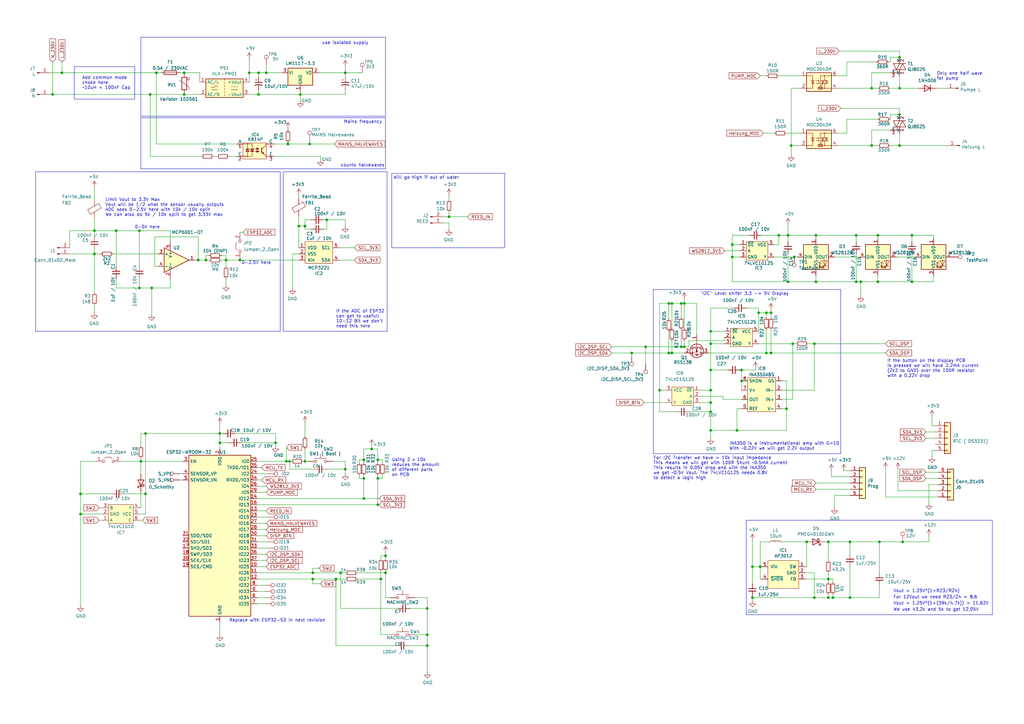
<source format=kicad_sch>
(kicad_sch (version 20230121) (generator eeschema)
  (paper "A3")
  (junction (at 302.26 176.53))
  (junction (at 311.15 128.27))
  (junction (at 280.67 142.24))
  (junction (at 279.4 124.46))
  (junction (at 21.59 38.735))
  (junction (at 128.27 234.95))
  (junction (at 149.225 196.215))
  (junction (at 368.935 59.69))
  (junction (at 57.15 118.11))
  (junction (at 141.605 29.845))
  (junction (at 175.26 260.35))
  (junction (at 152.4 184.15))
  (junction (at 175.26 249.555))
  (junction (at 353.06 115.57))
  (junction (at 291.465 135.89))
  (junction (at 348.615 222.25))
  (junction (at 316.23 144.78))
  (junction (at 370.205 222.25))
  (junction (at 314.325 144.78))
  (junction (at 324.485 59.69))
  (junction (at 368.935 46.99))
  (junction (at 357.505 36.195))
  (junction (at 334.645 115.57))
  (junction (at 291.465 176.53))
  (junction (at 280.67 124.46))
  (junction (at 92.71 106.68))
  (junction (at 141.605 192.405))
  (junction (at 127 59.055))
  (junction (at 117.475 189.23))
  (junction (at 84.455 106.68))
  (junction (at 137.795 237.49))
  (junction (at 311.785 232.41))
  (junction (at 368.935 36.195))
  (junction (at 47.625 94.615))
  (junction (at 308.61 245.11))
  (junction (at 374.015 115.57))
  (junction (at 264.795 142.24))
  (junction (at 133.985 90.17))
  (junction (at 291.465 168.91))
  (junction (at 149.225 188.595))
  (junction (at 325.12 140.97))
  (junction (at 149.225 204.47))
  (junction (at 300.355 105.41))
  (junction (at 351.155 115.57))
  (junction (at 275.59 124.46))
  (junction (at 348.615 245.11))
  (junction (at 158.115 234.95))
  (junction (at 334.645 96.52))
  (junction (at 334.01 245.11))
  (junction (at 109.22 29.845))
  (junction (at 118.745 189.23))
  (junction (at 314.325 128.27))
  (junction (at 351.155 96.52))
  (junction (at 274.32 144.78))
  (junction (at 275.59 144.78))
  (junction (at 139.7 234.95))
  (junction (at 339.725 222.25))
  (junction (at 64.135 29.845))
  (junction (at 57.15 94.615))
  (junction (at 339.725 245.11))
  (junction (at 106.045 38.735))
  (junction (at 128.27 237.49))
  (junction (at 330.835 222.25))
  (junction (at 304.165 156.21))
  (junction (at 291.465 160.02))
  (junction (at 259.08 144.78))
  (junction (at 360.68 222.25))
  (junction (at 154.94 188.595))
  (junction (at 59.69 202.565))
  (junction (at 102.235 29.845))
  (junction (at 184.15 88.9))
  (junction (at 291.465 151.765))
  (junction (at 270.51 160.02))
  (junction (at 125.095 189.23))
  (junction (at 368.935 23.495))
  (junction (at 75.565 38.735))
  (junction (at 334.01 140.97))
  (junction (at 175.26 264.795))
  (junction (at 323.215 115.57))
  (junction (at 123.19 38.735))
  (junction (at 98.425 106.68))
  (junction (at 125.095 92.71))
  (junction (at 38.735 94.615))
  (junction (at 154.94 196.215))
  (junction (at 113.03 181.61))
  (junction (at 325.755 105.41))
  (junction (at 25.4 29.845))
  (junction (at 61.595 38.735))
  (junction (at 339.725 237.49))
  (junction (at 59.69 177.8))
  (junction (at 158.115 227.965))
  (junction (at 304.165 151.765))
  (junction (at 341.63 245.11))
  (junction (at 316.23 128.27))
  (junction (at 122.555 92.71))
  (junction (at 38.735 104.14))
  (junction (at 62.23 118.11))
  (junction (at 308.61 232.41))
  (junction (at 57.785 189.23))
  (junction (at 33.02 210.82))
  (junction (at 81.28 106.68))
  (junction (at 291.465 165.1))
  (junction (at 300.355 100.33))
  (junction (at 291.465 140.97))
  (junction (at 323.215 96.52))
  (junction (at 154.94 207.01))
  (junction (at 118.11 59.055))
  (junction (at 279.4 142.24))
  (junction (at 360.045 115.57))
  (junction (at 319.405 96.52))
  (junction (at 156.21 237.49))
  (junction (at 106.045 29.845))
  (junction (at 90.17 177.8))
  (junction (at 33.02 202.565))
  (junction (at 322.58 167.64))
  (junction (at 274.32 124.46))
  (junction (at 357.505 59.69))
  (junction (at 75.565 29.845))
  (junction (at 360.045 96.52))
  (junction (at 374.015 96.52))
  (junction (at 90.17 181.61))
  (wire (pts (xy 57.785 201.93) (xy 57.785 208.28)))
  (wire (pts (xy 360.68 222.25) (xy 370.205 222.25)))
  (polyline (pts (xy 114.935 135.89) (xy 114.935 70.485)))
  (wire (pts (xy 113.03 181.61) (xy 113.03 182.88)))
  (wire (pts (xy 341.63 243.84) (xy 341.63 245.11)))
  (wire (pts (xy 311.15 128.27) (xy 314.325 128.27)))
  (wire (pts (xy 105.41 245.11) (xy 108.585 245.11)))
  (wire (pts (xy 175.26 245.11) (xy 175.26 249.555)))
  (wire (pts (xy 127.635 90.17) (xy 125.095 90.17)))
  (wire (pts (xy 125.095 189.23) (xy 126.365 189.23)))
  (polyline (pts (xy 116.205 70.485) (xy 116.205 135.89)))
  (wire (pts (xy 322.58 54.61) (xy 328.295 54.61)))
  (wire (pts (xy 304.165 156.21) (xy 304.165 160.02)))
  (wire (pts (xy 383.54 174.625) (xy 382.27 174.625)))
  (wire (pts (xy 382.27 184.785) (xy 382.27 187.325)))
  (wire (pts (xy 38.735 104.14) (xy 38.735 102.235)))
  (wire (pts (xy 319.405 96.52) (xy 319.405 100.33)))
  (wire (pts (xy 324.485 36.195) (xy 324.485 59.69)))
  (wire (pts (xy 274.32 135.89) (xy 274.32 144.78)))
  (wire (pts (xy 311.785 232.41) (xy 311.785 222.25)))
  (wire (pts (xy 184.15 91.44) (xy 181.61 91.44)))
  (wire (pts (xy 280.67 124.46) (xy 285.75 124.46)))
  (wire (pts (xy 184.15 93.98) (xy 184.15 91.44)))
  (wire (pts (xy 325.12 140.97) (xy 326.39 140.97)))
  (wire (pts (xy 308.61 221.615) (xy 308.61 232.41)))
  (wire (pts (xy 300.355 105.41) (xy 303.53 105.41)))
  (wire (pts (xy 155.575 204.47) (xy 149.225 204.47)))
  (wire (pts (xy 105.41 222.25) (xy 109.855 222.25)))
  (polyline (pts (xy 14.605 70.485) (xy 14.605 135.89)))
  (wire (pts (xy 270.51 160.02) (xy 273.05 160.02)))
  (wire (pts (xy 383.54 184.785) (xy 382.27 184.785)))
  (wire (pts (xy 154.94 196.215) (xy 154.94 207.01)))
  (wire (pts (xy 33.02 210.82) (xy 41.91 210.82)))
  (polyline (pts (xy 207.01 101.6) (xy 160.655 101.6)))
  (wire (pts (xy 368.935 54.61) (xy 368.935 59.69)))
  (wire (pts (xy 105.41 240.03) (xy 108.585 240.03)))
  (wire (pts (xy 127 59.055) (xy 118.11 59.055)))
  (polyline (pts (xy 160.655 71.12) (xy 207.01 71.12)))
  (wire (pts (xy 105.41 201.93) (xy 109.22 201.93)))
  (wire (pts (xy 38.735 97.155) (xy 38.735 94.615)))
  (wire (pts (xy 353.06 121.285) (xy 353.06 115.57)))
  (wire (pts (xy 311.15 126.365) (xy 311.15 128.27)))
  (wire (pts (xy 69.85 114.3) (xy 69.85 118.11)))
  (wire (pts (xy 365.125 59.69) (xy 368.935 59.69)))
  (wire (pts (xy 85.725 104.775) (xy 84.455 104.775)))
  (wire (pts (xy 282.575 142.24) (xy 282.575 139.7)))
  (wire (pts (xy 154.94 196.215) (xy 156.845 196.215)))
  (wire (pts (xy 125.095 184.15) (xy 125.095 189.23)))
  (wire (pts (xy 156.21 227.965) (xy 158.115 227.965)))
  (wire (pts (xy 270.51 160.02) (xy 270.51 168.91)))
  (wire (pts (xy 109.22 29.845) (xy 106.045 29.845)))
  (wire (pts (xy 384.175 36.195) (xy 387.985 36.195)))
  (wire (pts (xy 342.265 203.2) (xy 342.265 208.28)))
  (polyline (pts (xy 344.805 186.055) (xy 267.97 186.055)))
  (wire (pts (xy 61.595 38.735) (xy 61.595 64.135)))
  (polyline (pts (xy 344.805 144.78) (xy 344.805 186.055)))
  (wire (pts (xy 75.565 29.845) (xy 81.915 29.845)))
  (wire (pts (xy 343.535 59.69) (xy 357.505 59.69)))
  (wire (pts (xy 307.34 96.52) (xy 300.355 96.52)))
  (wire (pts (xy 370.205 222.25) (xy 381 222.25)))
  (wire (pts (xy 141.605 31.75) (xy 141.605 29.845)))
  (wire (pts (xy 303.53 100.33) (xy 300.355 100.33)))
  (wire (pts (xy 290.83 144.78) (xy 314.325 144.78)))
  (wire (pts (xy 312.42 96.52) (xy 319.405 96.52)))
  (wire (pts (xy 105.41 199.39) (xy 109.22 199.39)))
  (wire (pts (xy 344.805 44.45) (xy 368.935 44.45)))
  (wire (pts (xy 75.565 38.735) (xy 81.915 38.735)))
  (wire (pts (xy 158.115 226.695) (xy 158.115 227.965)))
  (wire (pts (xy 59.69 177.8) (xy 57.785 177.8)))
  (wire (pts (xy 308.61 244.475) (xy 308.61 245.11)))
  (wire (pts (xy 125.095 93.98) (xy 125.095 92.71)))
  (wire (pts (xy 339.725 222.25) (xy 348.615 222.25)))
  (wire (pts (xy 334.645 200.66) (xy 348.615 200.66)))
  (wire (pts (xy 147.32 188.595) (xy 149.225 188.595)))
  (wire (pts (xy 334.645 97.79) (xy 334.645 96.52)))
  (wire (pts (xy 384.81 196.215) (xy 379.73 196.215)))
  (wire (pts (xy 314.325 128.27) (xy 316.23 128.27)))
  (wire (pts (xy 28.575 94.615) (xy 28.575 101.6)))
  (wire (pts (xy 57.15 94.615) (xy 69.85 94.615)))
  (wire (pts (xy 357.505 59.69) (xy 360.045 59.69)))
  (wire (pts (xy 92.71 104.775) (xy 92.71 106.68)))
  (wire (pts (xy 50.8 202.565) (xy 59.69 202.565)))
  (wire (pts (xy 64.135 59.055) (xy 97.155 59.055)))
  (wire (pts (xy 105.41 191.77) (xy 107.315 191.77)))
  (wire (pts (xy 132.715 93.98) (xy 133.985 93.98)))
  (wire (pts (xy 302.26 176.53) (xy 322.58 176.53)))
  (wire (pts (xy 69.85 99.06) (xy 69.85 94.615)))
  (wire (pts (xy 160.02 260.35) (xy 156.21 260.35)))
  (wire (pts (xy 339.725 237.49) (xy 330.2 237.49)))
  (wire (pts (xy 368.935 36.195) (xy 376.555 36.195)))
  (wire (pts (xy 57.785 187.96) (xy 57.785 189.23)))
  (wire (pts (xy 57.15 118.11) (xy 47.625 118.11)))
  (wire (pts (xy 102.235 24.13) (xy 102.235 29.845)))
  (wire (pts (xy 133.985 90.17) (xy 132.715 90.17)))
  (wire (pts (xy 344.17 20.955) (xy 368.935 20.955)))
  (wire (pts (xy 297.18 102.87) (xy 303.53 102.87)))
  (wire (pts (xy 280.67 124.46) (xy 280.67 122.555)))
  (polyline (pts (xy 116.205 135.89) (xy 158.75 135.89)))
  (wire (pts (xy 81.28 106.68) (xy 84.455 106.68)))
  (wire (pts (xy 314.325 128.27) (xy 314.325 130.175)))
  (wire (pts (xy 133.985 192.405) (xy 141.605 192.405)))
  (wire (pts (xy 360.68 222.25) (xy 360.68 234.95)))
  (wire (pts (xy 379.73 193.675) (xy 384.81 193.675)))
  (wire (pts (xy 57.15 208.28) (xy 57.785 208.28)))
  (wire (pts (xy 311.785 237.49) (xy 311.785 232.41)))
  (wire (pts (xy 49.53 189.23) (xy 57.785 189.23)))
  (polyline (pts (xy 116.205 70.485) (xy 158.75 70.485)))
  (wire (pts (xy 90.17 177.8) (xy 90.17 173.99)))
  (wire (pts (xy 154.94 194.945) (xy 154.94 196.215)))
  (wire (pts (xy 297.18 140.97) (xy 291.465 140.97)))
  (wire (pts (xy 127 57.785) (xy 127 59.055)))
  (wire (pts (xy 59.69 202.565) (xy 59.69 210.82)))
  (wire (pts (xy 93.98 64.135) (xy 97.155 64.135)))
  (wire (pts (xy 105.41 229.87) (xy 109.22 229.87)))
  (wire (pts (xy 20.32 29.845) (xy 25.4 29.845)))
  (wire (pts (xy 106.045 38.735) (xy 106.045 36.83)))
  (wire (pts (xy 275.59 144.78) (xy 280.67 144.78)))
  (wire (pts (xy 280.67 142.24) (xy 282.575 142.24)))
  (wire (pts (xy 279.4 124.46) (xy 279.4 130.175)))
  (wire (pts (xy 339.725 234.95) (xy 339.725 237.49)))
  (wire (pts (xy 139.7 249.555) (xy 163.195 249.555)))
  (wire (pts (xy 382.905 96.52) (xy 382.905 97.79)))
  (wire (pts (xy 141.605 29.845) (xy 141.605 27.305)))
  (wire (pts (xy 57.15 94.615) (xy 47.625 94.615)))
  (polyline (pts (xy 160.655 71.12) (xy 160.655 101.6)))
  (wire (pts (xy 98.425 95.25) (xy 98.425 95.885)))
  (wire (pts (xy 63.5 109.22) (xy 63.5 97.155)))
  (wire (pts (xy 322.58 176.53) (xy 322.58 167.64)))
  (wire (pts (xy 291.465 165.1) (xy 291.465 168.91)))
  (wire (pts (xy 297.18 139.7) (xy 282.575 139.7)))
  (wire (pts (xy 325.12 140.97) (xy 325.12 163.83)))
  (wire (pts (xy 320.675 156.21) (xy 322.58 156.21)))
  (wire (pts (xy 348.615 222.25) (xy 360.68 222.25)))
  (wire (pts (xy 170.18 260.35) (xy 175.26 260.35)))
  (wire (pts (xy 184.15 86.995) (xy 184.15 88.9)))
  (wire (pts (xy 145.415 101.6) (xy 139.065 101.6)))
  (wire (pts (xy 334.01 140.97) (xy 363.22 140.97)))
  (wire (pts (xy 64.135 29.845) (xy 66.04 29.845)))
  (wire (pts (xy 328.295 59.69) (xy 324.485 59.69)))
  (wire (pts (xy 73.66 194.31) (xy 74.93 194.31)))
  (wire (pts (xy 81.28 106.68) (xy 81.28 97.155)))
  (wire (pts (xy 368.935 46.99) (xy 365.125 46.99)))
  (wire (pts (xy 308.61 239.395) (xy 308.61 232.41)))
  (wire (pts (xy 368.935 31.115) (xy 368.935 36.195)))
  (wire (pts (xy 314.325 144.78) (xy 316.23 144.78)))
  (wire (pts (xy 360.68 240.03) (xy 360.68 245.11)))
  (polyline (pts (xy 57.785 15.24) (xy 158.115 15.24)))
  (wire (pts (xy 296.545 163.83) (xy 296.545 162.56)))
  (wire (pts (xy 146.685 234.95) (xy 158.115 234.95)))
  (wire (pts (xy 250.825 144.78) (xy 259.08 144.78)))
  (wire (pts (xy 316.23 128.27) (xy 316.23 130.175)))
  (wire (pts (xy 270.51 168.91) (xy 277.495 168.91)))
  (polyline (pts (xy 14.605 70.485) (xy 114.935 70.485)))
  (wire (pts (xy 149.225 184.15) (xy 152.4 184.15)))
  (wire (pts (xy 175.26 260.35) (xy 175.26 264.795)))
  (wire (pts (xy 270.51 124.46) (xy 270.51 160.02)))
  (wire (pts (xy 279.4 142.24) (xy 280.67 142.24)))
  (wire (pts (xy 61.595 38.735) (xy 75.565 38.735)))
  (wire (pts (xy 360.045 48.895) (xy 347.345 48.895)))
  (wire (pts (xy 360.045 97.79) (xy 360.045 96.52)))
  (wire (pts (xy 112.395 64.135) (xy 131.445 64.135)))
  (wire (pts (xy 123.19 38.735) (xy 123.19 37.465)))
  (wire (pts (xy 339.725 222.25) (xy 339.725 229.87)))
  (wire (pts (xy 343.535 36.195) (xy 357.505 36.195)))
  (wire (pts (xy 322.58 167.64) (xy 320.675 167.64)))
  (wire (pts (xy 374.015 99.06) (xy 374.015 96.52)))
  (wire (pts (xy 297.18 138.43) (xy 297.18 139.7)))
  (wire (pts (xy 81.915 29.845) (xy 81.915 33.655)))
  (wire (pts (xy 124.46 189.23) (xy 125.095 189.23)))
  (wire (pts (xy 38.735 76.835) (xy 38.735 81.915)))
  (wire (pts (xy 21.59 38.735) (xy 61.595 38.735)))
  (wire (pts (xy 320.675 160.02) (xy 334.01 160.02)))
  (wire (pts (xy 105.41 189.23) (xy 117.475 189.23)))
  (wire (pts (xy 141.605 192.405) (xy 141.605 189.23)))
  (polyline (pts (xy 306.07 213.36) (xy 407.035 213.36)))
  (wire (pts (xy 122.555 92.71) (xy 122.555 101.6)))
  (wire (pts (xy 351.155 96.52) (xy 360.045 96.52)))
  (wire (pts (xy 38.735 89.535) (xy 38.735 94.615)))
  (polyline (pts (xy 306.07 252.095) (xy 407.035 252.095)))
  (wire (pts (xy 323.215 115.57) (xy 334.645 115.57)))
  (wire (pts (xy 191.77 88.9) (xy 184.15 88.9)))
  (wire (pts (xy 21.59 25.4) (xy 21.59 38.735)))
  (wire (pts (xy 334.01 234.95) (xy 334.01 245.11)))
  (wire (pts (xy 339.725 245.11) (xy 334.01 245.11)))
  (wire (pts (xy 45.72 202.565) (xy 33.02 202.565)))
  (wire (pts (xy 156.21 229.235) (xy 156.21 227.965)))
  (wire (pts (xy 128.27 237.49) (xy 105.41 237.49)))
  (wire (pts (xy 80.01 106.68) (xy 81.28 106.68)))
  (polyline (pts (xy 158.115 48.26) (xy 57.785 48.26)))
  (wire (pts (xy 62.23 118.11) (xy 57.15 118.11)))
  (wire (pts (xy 368.3 201.295) (xy 384.81 201.295)))
  (wire (pts (xy 149.225 194.945) (xy 149.225 196.215)))
  (wire (pts (xy 57.785 189.23) (xy 74.93 189.23)))
  (wire (pts (xy 146.685 237.49) (xy 156.21 237.49)))
  (wire (pts (xy 20.32 38.735) (xy 21.59 38.735)))
  (wire (pts (xy 360.045 113.03) (xy 360.045 115.57)))
  (wire (pts (xy 319.405 100.33) (xy 317.5 100.33)))
  (wire (pts (xy 168.275 249.555) (xy 175.26 249.555)))
  (wire (pts (xy 91.44 177.8) (xy 90.17 177.8)))
  (wire (pts (xy 105.41 204.47) (xy 149.225 204.47)))
  (wire (pts (xy 325.755 105.41) (xy 327.025 105.41)))
  (wire (pts (xy 323.215 92.075) (xy 323.215 96.52)))
  (wire (pts (xy 141.605 38.735) (xy 123.19 38.735)))
  (polyline (pts (xy 158.115 48.26) (xy 158.115 69.215)))
  (wire (pts (xy 304.165 163.83) (xy 296.545 163.83)))
  (wire (pts (xy 259.08 144.78) (xy 274.32 144.78)))
  (wire (pts (xy 149.225 196.215) (xy 149.225 204.47)))
  (wire (pts (xy 323.215 99.06) (xy 323.215 96.52)))
  (wire (pts (xy 105.41 212.09) (xy 109.855 212.09)))
  (wire (pts (xy 123.19 41.275) (xy 123.19 38.735)))
  (wire (pts (xy 328.295 31.115) (xy 319.405 31.115)))
  (wire (pts (xy 122.555 104.14) (xy 120.015 104.14)))
  (wire (pts (xy 59.69 210.82) (xy 57.15 210.82)))
  (wire (pts (xy 311.15 140.97) (xy 325.12 140.97)))
  (wire (pts (xy 84.455 106.68) (xy 85.725 106.68)))
  (wire (pts (xy 341.63 245.11) (xy 348.615 245.11)))
  (wire (pts (xy 92.71 106.68) (xy 98.425 106.68)))
  (wire (pts (xy 311.15 128.27) (xy 311.15 135.89)))
  (wire (pts (xy 33.02 189.23) (xy 33.02 202.565)))
  (polyline (pts (xy 344.805 118.745) (xy 344.805 144.78)))
  (wire (pts (xy 319.405 96.52) (xy 323.215 96.52)))
  (wire (pts (xy 109.22 26.67) (xy 109.22 29.845)))
  (wire (pts (xy 314.325 135.255) (xy 314.325 144.78)))
  (wire (pts (xy 312.42 237.49) (xy 311.785 237.49)))
  (wire (pts (xy 379.73 179.705) (xy 383.54 179.705)))
  (wire (pts (xy 340.995 195.58) (xy 340.995 193.04)))
  (wire (pts (xy 40.64 208.28) (xy 41.91 208.28)))
  (wire (pts (xy 105.41 224.79) (xy 109.855 224.79)))
  (wire (pts (xy 291.465 176.53) (xy 291.465 179.705)))
  (wire (pts (xy 125.095 173.355) (xy 125.095 179.07)))
  (polyline (pts (xy 306.07 213.36) (xy 306.07 252.095)))
  (wire (pts (xy 364.49 25.4) (xy 365.125 25.4)))
  (wire (pts (xy 346.075 193.04) (xy 348.615 193.04)))
  (wire (pts (xy 113.03 181.61) (xy 113.03 177.8)))
  (wire (pts (xy 264.795 142.24) (xy 279.4 142.24)))
  (wire (pts (xy 156.845 189.865) (xy 156.845 188.595)))
  (polyline (pts (xy 207.01 71.12) (xy 207.01 101.6)))
  (wire (pts (xy 136.525 189.23) (xy 141.605 189.23)))
  (wire (pts (xy 38.735 104.14) (xy 41.275 104.14)))
  (wire (pts (xy 360.045 96.52) (xy 374.015 96.52)))
  (wire (pts (xy 323.215 115.57) (xy 300.355 115.57)))
  (wire (pts (xy 141.605 29.845) (xy 148.59 29.845)))
  (wire (pts (xy 291.465 151.765) (xy 291.465 160.02)))
  (wire (pts (xy 57.15 213.36) (xy 58.42 213.36)))
  (wire (pts (xy 154.94 188.595) (xy 156.845 188.595)))
  (polyline (pts (xy 267.97 118.745) (xy 344.805 118.745)))
  (wire (pts (xy 339.725 237.49) (xy 341.63 237.49)))
  (wire (pts (xy 117.475 189.23) (xy 118.745 189.23)))
  (wire (pts (xy 57.785 177.8) (xy 57.785 182.88)))
  (wire (pts (xy 304.165 151.765) (xy 304.165 156.21)))
  (wire (pts (xy 106.045 38.735) (xy 102.235 38.735)))
  (wire (pts (xy 300.355 96.52) (xy 300.355 100.33)))
  (wire (pts (xy 57.785 189.23) (xy 57.785 194.31)))
  (wire (pts (xy 120.015 104.14) (xy 120.015 118.11)))
  (wire (pts (xy 334.01 140.97) (xy 334.01 160.02)))
  (wire (pts (xy 316.23 144.78) (xy 363.22 144.78)))
  (wire (pts (xy 341.63 237.49) (xy 341.63 238.76)))
  (wire (pts (xy 57.15 114.3) (xy 57.15 118.11)))
  (wire (pts (xy 90.17 260.35) (xy 90.17 255.27)))
  (wire (pts (xy 264.795 142.24) (xy 264.795 149.225)))
  (wire (pts (xy 139.7 249.555) (xy 139.7 234.95)))
  (wire (pts (xy 69.85 118.11) (xy 62.23 118.11)))
  (wire (pts (xy 122.555 92.71) (xy 122.555 88.9)))
  (wire (pts (xy 275.59 124.46) (xy 275.59 134.62)))
  (wire (pts (xy 357.505 59.69) (xy 357.505 53.34)))
  (wire (pts (xy 147.32 196.215) (xy 149.225 196.215)))
  (wire (pts (xy 363.22 203.835) (xy 363.22 192.405)))
  (wire (pts (xy 368.935 20.955) (xy 368.935 23.495)))
  (wire (pts (xy 334.645 115.57) (xy 351.155 115.57)))
  (wire (pts (xy 125.095 90.17) (xy 125.095 92.71)))
  (wire (pts (xy 39.37 189.23) (xy 33.02 189.23)))
  (wire (pts (xy 379.73 177.165) (xy 383.54 177.165)))
  (wire (pts (xy 127.635 93.98) (xy 125.095 93.98)))
  (wire (pts (xy 351.155 104.14) (xy 351.155 115.57)))
  (wire (pts (xy 291.465 160.02) (xy 291.465 165.1)))
  (wire (pts (xy 324.485 63.5) (xy 324.485 59.69)))
  (wire (pts (xy 158.115 245.11) (xy 158.115 234.95)))
  (wire (pts (xy 105.41 196.85) (xy 107.315 196.85)))
  (wire (pts (xy 137.795 264.795) (xy 137.795 237.49)))
  (wire (pts (xy 139.7 234.95) (xy 141.605 234.95)))
  (wire (pts (xy 374.015 96.52) (xy 382.905 96.52)))
  (wire (pts (xy 38.735 128.27) (xy 38.735 125.095)))
  (wire (pts (xy 365.125 46.99) (xy 365.125 48.895)))
  (wire (pts (xy 73.66 29.845) (xy 75.565 29.845)))
  (wire (pts (xy 291.465 140.97) (xy 291.465 151.765)))
  (wire (pts (xy 302.26 167.64) (xy 302.26 176.53)))
  (wire (pts (xy 259.08 144.78) (xy 259.08 146.05)))
  (wire (pts (xy 40.64 213.36) (xy 41.91 213.36)))
  (wire (pts (xy 297.18 135.89) (xy 291.465 135.89)))
  (wire (pts (xy 158.115 245.11) (xy 160.02 245.11)))
  (wire (pts (xy 291.465 126.365) (xy 291.465 135.89)))
  (wire (pts (xy 331.47 140.97) (xy 334.01 140.97)))
  (wire (pts (xy 365.125 36.195) (xy 368.935 36.195)))
  (wire (pts (xy 38.735 94.615) (xy 28.575 94.615)))
  (wire (pts (xy 149.225 189.865) (xy 149.225 188.595)))
  (wire (pts (xy 360.045 115.57) (xy 374.015 115.57)))
  (wire (pts (xy 105.41 242.57) (xy 108.585 242.57)))
  (wire (pts (xy 156.21 234.315) (xy 156.21 237.49)))
  (wire (pts (xy 105.41 234.95) (xy 128.27 234.95)))
  (wire (pts (xy 118.745 189.23) (xy 118.745 192.405)))
  (wire (pts (xy 343.535 31.115) (xy 347.345 31.115)))
  (wire (pts (xy 64.135 59.055) (xy 64.135 29.845)))
  (wire (pts (xy 145.415 106.68) (xy 139.065 106.68)))
  (wire (pts (xy 275.59 124.46) (xy 279.4 124.46)))
  (polyline (pts (xy 158.115 47.625) (xy 57.785 47.625)))
  (polyline (pts (xy 158.75 135.89) (xy 158.75 70.485)))
  (wire (pts (xy 105.41 194.31) (xy 109.855 194.31)))
  (wire (pts (xy 300.355 100.33) (xy 300.355 105.41)))
  (wire (pts (xy 154.94 188.595) (xy 154.94 184.15)))
  (wire (pts (xy 320.675 163.83) (xy 325.12 163.83)))
  (wire (pts (xy 92.71 114.3) (xy 92.71 116.84)))
  (wire (pts (xy 133.985 93.98) (xy 133.985 90.17)))
  (wire (pts (xy 105.41 209.55) (xy 109.22 209.55)))
  (wire (pts (xy 351.155 99.06) (xy 351.155 96.52)))
  (wire (pts (xy 368.3 192.405) (xy 368.3 201.295)))
  (wire (pts (xy 92.71 106.68) (xy 92.71 109.22)))
  (wire (pts (xy 312.42 232.41) (xy 311.785 232.41)))
  (wire (pts (xy 317.5 105.41) (xy 325.755 105.41)))
  (wire (pts (xy 47.625 114.3) (xy 47.625 118.11)))
  (wire (pts (xy 61.595 64.135) (xy 82.55 64.135)))
  (wire (pts (xy 93.98 181.61) (xy 90.17 181.61)))
  (wire (pts (xy 368.935 44.45) (xy 368.935 46.99)))
  (wire (pts (xy 137.795 264.795) (xy 162.56 264.795)))
  (wire (pts (xy 105.41 207.01) (xy 154.94 207.01)))
  (wire (pts (xy 141.605 36.83) (xy 141.605 38.735)))
  (wire (pts (xy 381 198.755) (xy 381 206.375)))
  (polyline (pts (xy 407.035 252.095) (xy 407.035 213.36)))
  (wire (pts (xy 311.785 31.115) (xy 314.325 31.115)))
  (wire (pts (xy 274.32 130.81) (xy 274.32 124.46)))
  (wire (pts (xy 291.465 176.53) (xy 302.26 176.53)))
  (wire (pts (xy 334.645 96.52) (xy 351.155 96.52)))
  (wire (pts (xy 105.41 227.33) (xy 109.22 227.33)))
  (wire (pts (xy 311.785 232.41) (xy 308.61 232.41)))
  (wire (pts (xy 365.125 23.495) (xy 365.125 25.4)))
  (wire (pts (xy 334.01 245.11) (xy 308.61 245.11)))
  (wire (pts (xy 381 222.25) (xy 381 219.71)))
  (wire (pts (xy 322.58 156.21) (xy 322.58 167.64)))
  (wire (pts (xy 158.115 229.235) (xy 158.115 227.965)))
  (wire (pts (xy 47.625 94.615) (xy 47.625 109.22)))
  (wire (pts (xy 285.75 124.46) (xy 285.75 137.16)))
  (wire (pts (xy 105.41 219.71) (xy 109.22 219.71)))
  (wire (pts (xy 131.445 64.135) (xy 131.445 65.405)))
  (wire (pts (xy 274.32 124.46) (xy 275.59 124.46)))
  (wire (pts (xy 330.2 234.95) (xy 334.01 234.95)))
  (wire (pts (xy 33.02 202.565) (xy 33.02 210.82)))
  (wire (pts (xy 90.17 181.61) (xy 90.17 184.15)))
  (wire (pts (xy 313.055 54.61) (xy 317.5 54.61)))
  (wire (pts (xy 363.22 203.835) (xy 384.81 203.835)))
  (wire (pts (xy 117.475 183.515) (xy 117.475 189.23)))
  (wire (pts (xy 357.505 53.34) (xy 365.125 53.34)))
  (wire (pts (xy 374.015 104.14) (xy 374.015 115.57)))
  (wire (pts (xy 147.32 189.865) (xy 147.32 188.595)))
  (wire (pts (xy 282.575 168.91) (xy 291.465 168.91)))
  (wire (pts (xy 99.06 181.61) (xy 113.03 181.61)))
  (wire (pts (xy 73.66 196.85) (xy 74.93 196.85)))
  (wire (pts (xy 63.5 109.22) (xy 64.77 109.22)))
  (wire (pts (xy 274.32 124.46) (xy 270.51 124.46)))
  (wire (pts (xy 323.215 104.14) (xy 323.215 115.57)))
  (wire (pts (xy 311.785 222.25) (xy 315.595 222.25)))
  (wire (pts (xy 109.22 232.41) (xy 105.41 232.41)))
  (wire (pts (xy 98.425 106.68) (xy 122.555 106.68)))
  (polyline (pts (xy 267.97 186.055) (xy 267.97 118.745)))
  (wire (pts (xy 274.32 144.78) (xy 275.59 144.78)))
  (wire (pts (xy 149.225 188.595) (xy 149.225 184.15)))
  (polyline (pts (xy 57.785 15.24) (xy 57.785 47.625)))
  (wire (pts (xy 343.535 54.61) (xy 347.345 54.61)))
  (wire (pts (xy 280.67 139.7) (xy 280.67 142.24)))
  (wire (pts (xy 339.725 237.49) (xy 339.725 238.76)))
  (wire (pts (xy 102.235 33.655) (xy 102.235 29.845)))
  (wire (pts (xy 38.735 104.14) (xy 28.575 104.14)))
  (wire (pts (xy 334.645 198.12) (xy 348.615 198.12)))
  (wire (pts (xy 184.15 88.9) (xy 181.61 88.9)))
  (wire (pts (xy 118.11 53.34) (xy 118.11 52.705)))
  (wire (pts (xy 98.425 106.045) (xy 98.425 106.68)))
  (wire (pts (xy 330.835 222.25) (xy 330.835 232.41)))
  (wire (pts (xy 309.88 151.13) (xy 309.88 151.765)))
  (wire (pts (xy 46.355 104.14) (xy 64.77 104.14)))
  (wire (pts (xy 59.69 177.8) (xy 59.69 202.565)))
  (wire (pts (xy 147.32 194.945) (xy 147.32 196.215)))
  (wire (pts (xy 250.825 142.24) (xy 264.795 142.24)))
  (wire (pts (xy 275.59 139.7) (xy 275.59 144.78)))
  (wire (pts (xy 348.615 227.33) (xy 348.615 222.25)))
  (wire (pts (xy 137.795 237.49) (xy 128.27 237.49)))
  (wire (pts (xy 90.17 177.8) (xy 90.17 181.61)))
  (wire (pts (xy 382.905 115.57) (xy 382.905 113.03)))
  (wire (pts (xy 141.605 192.405) (xy 141.605 194.31)))
  (wire (pts (xy 25.4 25.4) (xy 25.4 29.845)))
  (polyline (pts (xy 57.785 48.26) (xy 57.785 69.215)))
  (wire (pts (xy 291.465 151.765) (xy 298.45 151.765)))
  (wire (pts (xy 308.61 245.11) (xy 308.61 246.38)))
  (wire (pts (xy 118.11 58.42) (xy 118.11 59.055)))
  (wire (pts (xy 125.095 92.71) (xy 122.555 92.71)))
  (wire (pts (xy 158.115 234.315) (xy 158.115 234.95)))
  (wire (pts (xy 75.565 29.845) (xy 75.565 30.48)))
  (wire (pts (xy 338.455 222.25) (xy 339.725 222.25)))
  (wire (pts (xy 128.27 233.045) (xy 128.27 234.95)))
  (wire (pts (xy 348.615 245.11) (xy 348.615 232.41)))
  (wire (pts (xy 128.27 239.395) (xy 128.27 237.49)))
  (wire (pts (xy 339.725 245.11) (xy 341.63 245.11)))
  (wire (pts (xy 280.67 124.46) (xy 279.4 124.46)))
  (wire (pts (xy 106.045 29.845) (xy 102.235 29.845)))
  (wire (pts (xy 109.22 214.63) (xy 105.41 214.63)))
  (wire (pts (xy 131.445 239.395) (xy 128.27 239.395)))
  (wire (pts (xy 130.81 29.845) (xy 141.605 29.845)))
  (wire (pts (xy 25.4 29.845) (xy 64.135 29.845)))
  (wire (pts (xy 334.645 115.57) (xy 334.645 113.03)))
  (wire (pts (xy 287.02 160.02) (xy 291.465 160.02)))
  (wire (pts (xy 374.015 115.57) (xy 382.905 115.57)))
  (wire (pts (xy 280.67 124.46) (xy 280.67 134.62)))
  (wire (pts (xy 141.605 90.17) (xy 141.605 92.71)))
  (wire (pts (xy 106.045 31.75) (xy 106.045 29.845)))
  (wire (pts (xy 152.4 184.15) (xy 152.4 182.88)))
  (wire (pts (xy 291.465 135.89) (xy 291.465 140.97)))
  (wire (pts (xy 324.485 36.195) (xy 328.295 36.195)))
  (wire (pts (xy 123.19 38.735) (xy 106.045 38.735)))
  (wire (pts (xy 316.23 135.255) (xy 316.23 144.78)))
  (wire (pts (xy 88.9 64.135) (xy 87.63 64.135)))
  (wire (pts (xy 137.795 237.49) (xy 141.605 237.49)))
  (wire (pts (xy 287.02 165.1) (xy 291.465 165.1)))
  (wire (pts (xy 84.455 104.775) (xy 84.455 106.68)))
  (wire (pts (xy 384.81 198.755) (xy 381 198.755)))
  (wire (pts (xy 33.02 210.82) (xy 33.02 248.285)))
  (wire (pts (xy 137.16 59.055) (xy 127 59.055)))
  (polyline (pts (xy 158.115 15.24) (xy 158.115 47.625)))
  (wire (pts (xy 62.23 128.905) (xy 62.23 118.11)))
  (wire (pts (xy 175.26 264.795) (xy 175.26 275.59)))
  (wire (pts (xy 90.17 177.8) (xy 59.69 177.8)))
  (wire (pts (xy 154.94 189.865) (xy 154.94 188.595)))
  (wire (pts (xy 38.735 94.615) (xy 47.625 94.615)))
  (wire (pts (xy 133.985 90.17) (xy 141.605 90.17)))
  (wire (pts (xy 353.06 115.57) (xy 351.155 115.57)))
  (wire (pts (xy 304.165 167.64) (xy 302.26 167.64)))
  (wire (pts (xy 122.555 80.01) (xy 122.555 81.28)))
  (wire (pts (xy 90.805 106.68) (xy 92.71 106.68)))
  (wire (pts (xy 99.695 95.25) (xy 98.425 95.25)))
  (wire (pts (xy 342.265 105.41) (xy 352.425 105.41)))
  (wire (pts (xy 348.615 195.58) (xy 340.995 195.58)))
  (wire (pts (xy 304.165 151.765) (xy 309.88 151.765)))
  (wire (pts (xy 291.465 168.91) (xy 291.465 176.53)))
  (wire (pts (xy 115.57 29.845) (xy 109.22 29.845)))
  (wire (pts (xy 330.835 232.41) (xy 330.2 232.41)))
  (wire (pts (xy 357.505 36.195) (xy 357.505 29.845)))
  (wire (pts (xy 128.27 234.95) (xy 139.7 234.95)))
  (wire (pts (xy 118.745 192.405) (xy 128.905 192.405)))
  (wire (pts (xy 287.02 162.56) (xy 296.545 162.56)))
  (wire (pts (xy 167.64 264.795) (xy 175.26 264.795)))
  (wire (pts (xy 303.53 151.765) (xy 304.165 151.765)))
  (wire (pts (xy 359.41 25.4) (xy 347.345 25.4)))
  (wire (pts (xy 118.745 189.23) (xy 119.38 189.23)))
  (wire (pts (xy 130.81 233.045) (xy 128.27 233.045)))
  (wire (pts (xy 105.41 217.17) (xy 109.22 217.17)))
  (wire (pts (xy 339.725 243.84) (xy 339.725 245.11)))
  (wire (pts (xy 347.345 25.4) (xy 347.345 31.115)))
  (wire (pts (xy 300.99 126.365) (xy 291.465 126.365)))
  (wire (pts (xy 367.665 105.41) (xy 375.285 105.41)))
  (wire (pts (xy 75.565 38.1) (xy 75.565 38.735)))
  (wire (pts (xy 156.21 237.49) (xy 156.21 260.35)))
  (wire (pts (xy 96.52 177.8) (xy 113.03 177.8)))
  (wire (pts (xy 368.935 59.69) (xy 388.62 59.69)))
  (wire (pts (xy 155.575 207.01) (xy 154.94 207.01)))
  (wire (pts (xy 156.845 194.945) (xy 156.845 196.215)))
  (wire (pts (xy 348.615 203.2) (xy 342.265 203.2)))
  (wire (pts (xy 184.15 80.01) (xy 184.15 81.915)))
  (wire (pts (xy 105.41 247.65) (xy 108.585 247.65)))
  (wire (pts (xy 316.23 127) (xy 316.23 128.27)))
  (wire (pts (xy 353.06 115.57) (xy 360.045 115.57)))
  (polyline (pts (xy 57.785 69.215) (xy 158.115 69.215)))
  (wire (pts (xy 300.355 105.41) (xy 300.355 115.57)))
  (wire (pts (xy 264.16 165.1) (xy 273.05 165.1)))
  (wire (pts (xy 357.505 36.195) (xy 360.045 36.195)))
  (polyline (pts (xy 14.605 135.89) (xy 114.935 135.89)))
  (wire (pts (xy 320.675 222.25) (xy 330.835 222.25)))
  (wire (pts (xy 90.805 104.775) (xy 92.71 104.775)))
  (wire (pts (xy 368.935 23.495) (xy 365.125 23.495)))
  (wire (pts (xy 357.505 29.845) (xy 365.125 29.845)))
  (wire (pts (xy 360.68 245.11) (xy 348.615 245.11)))
  (wire (pts (xy 306.07 126.365) (xy 311.15 126.365)))
  (wire (pts (xy 170.18 245.11) (xy 175.26 245.11)))
  (wire (pts (xy 175.26 249.555) (xy 175.26 260.35)))
  (wire (pts (xy 323.215 96.52) (xy 334.645 96.52)))
  (wire (pts (xy 347.345 48.895) (xy 347.345 54.61)))
  (wire (pts (xy 152.4 184.15) (xy 154.94 184.15)))
  (wire (pts (xy 118.11 59.055) (xy 112.395 59.055)))
  (wire (pts (xy 38.735 104.14) (xy 38.735 120.015)))
  (wire (pts (xy 63.5 97.155) (xy 81.28 97.155)))
  (wire (pts (xy 279.4 135.255) (xy 279.4 142.24)))
  (wire (pts (xy 382.27 170.815) (xy 382.27 174.625)))
  (wire (pts (xy 57.15 94.615) (xy 57.15 109.22)))
  (rectangle (start 30.48 27.305) (end 55.245 40.64))
  (text "Limit Vout to 3.3V Max\nVout will be 1/2 what the sensor usually outputs\nADC sees 0-2.5V here with 10k / 10k split\nWe can also do 5k / 10k split to get 3.33V max" (at 43.18 88.9 0) (effects (font (size 1.27 1.27)) (justify left bottom)))
  (text "Mains frequency" (at 140.97 50.8 0) (effects (font (size 1.27 1.27)) (justify left bottom)))
  (text "INA350 is a instrumentational amp with G=10\nWith ~0.22V we will get 2,2V output" (at 299.085 184.785 0) (effects (font (size 1.27 1.27)) (justify left bottom)))
  (text "Vout = 1.25V*(1+(39k/4.7k)) = 11,62V" (at 366.395 248.285 0) (effects (font (size 1.27 1.27)) (justify left bottom)))
  (text "If the ADC of ESP32\ncan get to usefull\n10-12 Bit we don't\nneed this here\n" (at 137.795 134.62 0) (effects (font (size 1.27 1.27)) (justify left bottom)))
  (text "\"I2C\" Level shifer 3.3 -> 5V Display" (at 287.02 121.285 0) (effects (font (size 1.27 1.27)) (justify left bottom)))
  (text "If the button on the display PCB\nis pressed we will have 2.2mA current \n(2k2 to GND) over the 100R resistor\nwith a 0,22V drop\n" (at 363.855 154.94 0) (effects (font (size 1.27 1.27)) (justify left bottom)))
  (text "Add common mode\nchoke here\n~10uH + 100nF Cap" (at 33.655 36.83 0) (effects (font (size 1.27 1.27)) (justify left bottom)))
  (text "Only one half wave\nfor pump" (at 384.175 33.02 0) (effects (font (size 1.27 1.27)) (justify left bottom)))
  (text "counts halvewaves" (at 139.7 68.58 0) (effects (font (size 1.27 1.27)) (justify left bottom)))
  (text "For 12Vout we need R23/24 = 8.6" (at 366.395 245.745 0) (effects (font (size 1.27 1.27)) (justify left bottom)))
  (text "0-2.5V here" (at 99.06 108.585 0) (effects (font (size 1.27 1.27)) (justify left bottom)))
  (text "Replace with ESP32-S3 in next revision" (at 93.98 255.27 0) (effects (font (size 1.27 1.27)) (justify left bottom)))
  (text "0-5V here" (at 55.245 93.98 0) (effects (font (size 1.27 1.27)) (justify left bottom)))
  (text "Using 2 x 10k \nreduces the amount\nof different parts\non PCB" (at 160.655 195.58 0) (effects (font (size 1.27 1.27)) (justify left bottom)))
  (text "Vout = 1.25V*(1+R23/R24)" (at 366.395 243.205 0) (effects (font (size 1.27 1.27)) (justify left bottom)))
  (text "Will go high if out of water\n" (at 161.29 73.66 0) (effects (font (size 1.27 1.27)) (justify left bottom)))
  (text "\nuse isolated supply" (at 132.08 18.415 0) (effects (font (size 1.27 1.27)) (justify left bottom)))
  (text "For I2C Transfer we have > 10k input impedance\nThis means we will get with 100R Shunt ~0.5mA current\nThis results in 0,05V drop and with the INA350 \nwe get ~0,5V Vout. The 74LVC1G125 needs 0.8V \nto detect a logic high" (at 267.97 196.85 0) (effects (font (size 1.27 1.27)) (justify left bottom)))
  (text "We use 43,2k and 5k to get 12,05V" (at 366.395 250.825 0) (effects (font (size 1.27 1.27)) (justify left bottom)))
  (global_label "SDA_3V3" (shape input) (at 155.575 204.47 0) (property "Intersheetrefs" "${INTERSHEET_REFS}" (effects hide)))
  (global_label "WS2812_3V3" (shape input) (at 109.22 199.39 0) (property "Intersheetrefs" "${INTERSHEET_REFS}" (effects hide)))
  (global_label "MCU_RX" (shape input) (at 334.645 200.66 180) (property "Intersheetrefs" "${INTERSHEET_REFS}" (effects hide)))
  (global_label "SCL_DSP" (shape input) (at 363.22 140.97 0) (property "Intersheetrefs" "${INTERSHEET_REFS}" (effects hide)))
  (global_label "MCU_TX" (shape input) (at 107.315 191.77 0) (property "Intersheetrefs" "${INTERSHEET_REFS}" (effects hide)))
  (global_label "WS2812_3V3" (shape input) (at 297.18 102.87 180) (property "Intersheetrefs" "${INTERSHEET_REFS}" (effects hide)))
  (global_label "SCL_3V3" (shape input) (at 145.415 101.6 0) (property "Intersheetrefs" "${INTERSHEET_REFS}" (effects hide)))
  (global_label "I2C_DSP_SDA" (shape input) (at 109.22 227.33 0) (property "Intersheetrefs" "${INTERSHEET_REFS}" (effects hide)))
  (global_label "L_230V" (shape input) (at 25.4 25.4 90) (property "Intersheetrefs" "${INTERSHEET_REFS}" (effects hide)))
  (global_label "SDA_3V3" (shape input) (at 379.73 177.165 180) (property "Intersheetrefs" "${INTERSHEET_REFS}" (effects hide)))
  (global_label "SW3" (shape input) (at 131.445 239.395 0) (property "Intersheetrefs" "${INTERSHEET_REFS}" (effects hide)))
  (global_label "SW2" (shape input) (at 130.81 233.045 0) (property "Intersheetrefs" "${INTERSHEET_REFS}" (effects hide)))
  (global_label "MAINS_HALVEWAVES" (shape input) (at 109.22 214.63 0) (property "Intersheetrefs" "${INTERSHEET_REFS}" (effects hide)))
  (global_label "ESP32_ADC" (shape input) (at 109.22 232.41 0) (property "Intersheetrefs" "${INTERSHEET_REFS}" (effects hide)))
  (global_label "SW2" (shape input) (at 40.64 208.28 180) (property "Intersheetrefs" "${INTERSHEET_REFS}" (effects hide)))
  (global_label "I2C_DSP_SCL" (shape input) (at 109.22 229.87 0) (property "Intersheetrefs" "${INTERSHEET_REFS}" (effects hide)))
  (global_label "SCL_DSP" (shape input) (at 379.73 193.675 180) (property "Intersheetrefs" "${INTERSHEET_REFS}" (effects hide)))
  (global_label "SW1" (shape input) (at 117.475 183.515 0) (property "Intersheetrefs" "${INTERSHEET_REFS}" (effects hide)))
  (global_label "MCU_RX" (shape input) (at 107.315 196.85 0) (property "Intersheetrefs" "${INTERSHEET_REFS}" (effects hide)))
  (global_label "DISP_BTN" (shape input) (at 109.22 219.71 0) (property "Intersheetrefs" "${INTERSHEET_REFS}" (effects hide)))
  (global_label "Heizung_MOC" (shape input) (at 109.22 217.17 0) (property "Intersheetrefs" "${INTERSHEET_REFS}" (effects hide)))
  (global_label "SDA_DSP" (shape input) (at 363.22 144.78 0) (property "Intersheetrefs" "${INTERSHEET_REFS}" (effects hide)))
  (global_label "PUMP_MOC" (shape input) (at 311.785 31.115 180) (property "Intersheetrefs" "${INTERSHEET_REFS}" (effects hide)))
  (global_label "ESP32_ADC" (shape input) (at 99.695 95.25 0) (property "Intersheetrefs" "${INTERSHEET_REFS}" (effects hide)))
  (global_label "Heizung_MOC" (shape input) (at 313.055 54.61 180) (property "Intersheetrefs" "${INTERSHEET_REFS}" (effects hide)))
  (global_label "L_230V" (shape input) (at 344.17 20.955 180) (property "Intersheetrefs" "${INTERSHEET_REFS}" (effects hide)))
  (global_label "N_230V" (shape input) (at 21.59 25.4 90) (property "Intersheetrefs" "${INTERSHEET_REFS}" (effects hide)))
  (global_label "DISP_BTN" (shape input) (at 264.16 165.1 180) (property "Intersheetrefs" "${INTERSHEET_REFS}" (effects hide)))
  (global_label "I2C_DSP_SCL" (shape input) (at 250.825 142.24 180) (property "Intersheetrefs" "${INTERSHEET_REFS}" (effects hide)))
  (global_label "REED_IN" (shape input) (at 109.22 209.55 0) (property "Intersheetrefs" "${INTERSHEET_REFS}" (effects hide)))
  (global_label "PUMP_MOC" (shape input) (at 109.22 201.93 0) (property "Intersheetrefs" "${INTERSHEET_REFS}" (effects hide)))
  (global_label "REED_IN" (shape input) (at 191.77 88.9 0) (property "Intersheetrefs" "${INTERSHEET_REFS}" (effects hide)))
  (global_label "SCL_3V3" (shape input) (at 155.575 207.01 0) (property "Intersheetrefs" "${INTERSHEET_REFS}" (effects hide)))
  (global_label "SW3" (shape input) (at 58.42 213.36 0) (property "Intersheetrefs" "${INTERSHEET_REFS}" (effects hide)))
  (global_label "L_230V" (shape input) (at 344.805 44.45 180) (property "Intersheetrefs" "${INTERSHEET_REFS}" (effects hide)))
  (global_label "MCU_TX" (shape input) (at 334.645 198.12 180) (property "Intersheetrefs" "${INTERSHEET_REFS}" (effects hide)))
  (global_label "I2C_DSP_SDA" (shape input) (at 250.825 144.78 180) (property "Intersheetrefs" "${INTERSHEET_REFS}" (effects hide)))
  (global_label "MAINS_HALVEWAVES" (shape input) (at 137.16 59.055 0) (property "Intersheetrefs" "${INTERSHEET_REFS}" (effects hide)))
  (global_label "SDA_3V3" (shape input) (at 145.415 106.68 0) (property "Intersheetrefs" "${INTERSHEET_REFS}" (effects hide)))
  (global_label "SCL_3V3" (shape input) (at 379.73 179.705 180) (property "Intersheetrefs" "${INTERSHEET_REFS}" (effects hide)))
  (global_label "SW1" (shape input) (at 40.64 213.36 180) (property "Intersheetrefs" "${INTERSHEET_REFS}" (effects hide)))
  (global_label "SDA_DSP" (shape input) (at 379.73 196.215 180) (property "Intersheetrefs" "${INTERSHEET_REFS}" (effects hide)))
  (symbol (lib_id "RF_Module:ESP32-WROOM-32") (at 90.17 219.71 0) (unit 1)
    (property "Reference" "U1" (at 91.44 185.42 0))
    (property "Value" "ESP32-WROOM-32" (at 77.47 185.42 0))
    (property "Footprint" "ESP32_Handsolder:ESP32-WROOM-32_HandSolder" (effects hide))
    (property "Datasheet" "https://www.espressif.com/sites/default/files/documentation/esp32-wroom-32_datasheet_en.pdf" (effects hide))
  )
  (symbol (lib_id "Switch:SW_Push") (at 131.445 189.23 0) (unit 1)
    (property "Reference" "SW2" (at 134.62 184.15 0))
    (property "Value" "SW1 ( Boot )" (at 133.35 186.055 0))
    (property "Footprint" "Button_Switch_THT:SW_PUSH_6mm" (effects hide))
  )
  (symbol (lib_id "Switch:SW_Push") (at 165.1 260.35 0) (unit 1)
    (property "Reference" "SW4" (at 170.18 259.08 0))
    (property "Value" "MACHINE_SW3" (at 165.1 261.62 0))
    (property "Footprint" "Button_Switch_THT:SW_PUSH_6mm" (effects hide))
  )
  (symbol (lib_id "Switch:SW_Push") (at 165.1 245.11 0) (unit 1)
    (property "Reference" "SW3" (at 162.56 241.3 0))
    (property "Value" "MACHINE_SW2" (at 165.1 247.015 0))
    (property "Footprint" "Button_Switch_THT:SW_PUSH_6mm" (effects hide))
  )
  (symbol (lib_id "Device:C_Small") (at 131.445 192.405 270) (unit 1)
    (property "Reference" "C6" (at 129.54 191.135 90))
    (property "Value" "100nF / 10V" (at 131.445 194.945 90))
    (property "Footprint" "Capacitor_SMD:C_0805_2012Metric_Pad1.18x1.45mm_HandSolder" (effects hide))
    (property "Order No. Mouser" "710-885012207098" (effects hide))
  )
  (symbol (lib_id "power:GND") (at 33.02 248.285 0) (unit 1)
    (property "Reference" "#PWR01" (effects hide))
    (property "Value" "GND" (at 33.147 252.6792 0))
  )
  (symbol (lib_id "Device:C_Small") (at 165.735 249.555 270) (unit 1)
    (property "Reference" "C7" (at 163.195 250.825 90))
    (property "Value" "100nF / 10V" (at 163.195 255.905 90))
    (property "Footprint" "Capacitor_SMD:C_0805_2012Metric_Pad1.18x1.45mm_HandSolder" (effects hide))
    (property "Order No. Mouser" "710-885012207098" (effects hide))
  )
  (symbol (lib_id "Device:C_Small") (at 165.1 264.795 270) (unit 1)
    (property "Reference" "C8" (at 163.195 264.16 90))
    (property "Value" "100nF / 10V" (at 163.195 267.335 90))
    (property "Footprint" "Capacitor_SMD:C_0805_2012Metric_Pad1.18x1.45mm_HandSolder" (effects hide))
    (property "Order No. Mouser" "710-885012207098" (effects hide))
  )
  (symbol (lib_id "power:GND") (at 175.26 275.59 0) (unit 1)
    (property "Reference" "#PWR012" (effects hide))
    (property "Value" "GND" (at 175.387 279.9842 0))
  )
  (symbol (lib_id "Device:C_Small") (at 93.98 177.8 270) (unit 1)
    (property "Reference" "C18" (at 96.52 176.53 90))
    (property "Value" "10uF / 10V" (at 105.41 176.53 90))
    (property "Footprint" "Capacitor_SMD:C_0805_2012Metric_Pad1.18x1.45mm_HandSolder" (effects hide))
    (property "Order No. Mouser" "0805X106K250CT" (effects hide))
  )
  (symbol (lib_id "Device:C_Small") (at 96.52 181.61 270) (unit 1)
    (property "Reference" "C19" (at 100.33 180.34 90))
    (property "Value" "100nF / 10V" (at 105.41 182.88 90))
    (property "Footprint" "Capacitor_SMD:C_0805_2012Metric_Pad1.18x1.45mm_HandSolder" (effects hide))
    (property "Order No. Mouser" "710-885012207098" (effects hide))
  )
  (symbol (lib_id "Relay_SolidState:MOC3043M") (at 335.915 33.655 0) (unit 1)
    (property "Reference" "U3" (at 335.915 26.035 0))
    (property "Value" "MOC3043M" (at 335.915 28.3464 0))
    (property "Footprint" "Package_DIP:DIP-6_W7.62mm" (effects hide))
    (property "Datasheet" "http://www.fairchildsemi.com/ds/MO/MOC3031M.pdf" (effects hide))
    (property "Order No. Mouser" "512-MOC3043M" (effects hide))
  )
  (symbol (lib_id "Relay_SolidState:MOC3043M") (at 335.915 57.15 0) (unit 1)
    (property "Reference" "U4" (at 335.915 48.895 0))
    (property "Value" "MOC3043M" (at 335.915 51.2064 0))
    (property "Footprint" "Package_DIP:DIP-6_W7.62mm" (effects hide))
    (property "Datasheet" "http://www.fairchildsemi.com/ds/MO/MOC3031M.pdf" (effects hide))
    (property "Order No. Mouser" "512-MOC3043M" (effects hide))
  )
  (symbol (lib_id "power:GND") (at 324.485 63.5 0) (unit 1)
    (property "Reference" "#PWR013" (effects hide))
    (property "Value" "GND" (at 324.485 67.945 0))
  )
  (symbol (lib_id "Device:R_Small") (at 316.865 31.115 270) (unit 1)
    (property "Reference" "R10" (at 316.865 26.7716 90))
    (property "Value" "150R" (at 316.865 29.083 90))
    (property "Footprint" "Resistor_SMD:R_0805_2012Metric_Pad1.20x1.40mm_HandSolder" (effects hide))
  )
  (symbol (lib_id "Device:R_Small") (at 320.04 54.61 270) (unit 1)
    (property "Reference" "R11" (at 320.04 49.6316 90))
    (property "Value" "150R" (at 320.04 51.943 90))
    (property "Footprint" "Resistor_SMD:R_0805_2012Metric_Pad1.20x1.40mm_HandSolder" (effects hide))
    (property "Order No. Mouser" "CRCW0805150KFKEA" (effects hide))
  )
  (symbol (lib_id "Connector:Conn_01x01_Male") (at 393.065 36.195 180) (unit 1)
    (property "Reference" "J5" (at 393.7762 34.4678 0) (effects (justify right)))
    (property "Value" "Pumpe L" (at 393.7762 36.7792 0) (effects (justify right)))
    (property "Footprint" "MountingHole:MountingHole_2.7mm_M2.5_DIN965_Pad_TopBottom" (effects hide))
  )
  (symbol (lib_id "Device:R_Small") (at 362.585 36.195 90) (unit 1)
    (property "Reference" "R16" (at 364.49 34.29 90) (effects (justify left)))
    (property "Value" "330R" (at 365.125 38.1 90) (effects (justify left)))
    (property "Footprint" "Resistor_THT:R_Axial_DIN0207_L6.3mm_D2.5mm_P7.62mm_Horizontal" (effects hide))
    (property "Order No. Mouser" "CCF07330RJKE36" (effects hide))
  )
  (symbol (lib_id "Device:R_Small") (at 361.95 25.4 90) (unit 1)
    (property "Reference" "R15" (at 363.855 23.495 90) (effects (justify left)))
    (property "Value" "360R" (at 364.49 27.305 90) (effects (justify left)))
    (property "Footprint" "Resistor_THT:R_Axial_DIN0207_L6.3mm_D2.5mm_P7.62mm_Horizontal" (effects hide))
    (property "Order No. Mouser" "71-CCF07360KGKE36" (effects hide))
  )
  (symbol (lib_id "power:+3V3") (at 280.67 122.555 0) (unit 1)
    (property "Reference" "#PWR017" (effects hide))
    (property "Value" "+3V3" (at 276.86 120.015 0))
  )
  (symbol (lib_id "Connector:Conn_01x01_Male") (at 393.7 59.69 180) (unit 1)
    (property "Reference" "J4" (at 394.4112 57.9628 0) (effects (justify right)))
    (property "Value" "Heizung L" (at 394.4112 60.2742 0) (effects (justify right)))
    (property "Footprint" "MountingHole:MountingHole_2.7mm_M2.5_DIN965_Pad_TopBottom" (effects hide))
  )
  (symbol (lib_id "Device:R_Small") (at 362.585 59.69 90) (unit 1)
    (property "Reference" "R18" (at 364.49 57.785 90) (effects (justify left)))
    (property "Value" "330R" (at 365.125 61.595 90) (effects (justify left)))
    (property "Footprint" "Resistor_THT:R_Axial_DIN0207_L6.3mm_D2.5mm_P7.62mm_Horizontal" (effects hide))
    (property "Order No. Mouser" "71-CCF07330RJKE36" (effects hide))
  )
  (symbol (lib_id "Device:R_Small") (at 362.585 48.895 90) (unit 1)
    (property "Reference" "R17" (at 363.855 46.99 90) (effects (justify left)))
    (property "Value" "360R" (at 365.125 50.8 90) (effects (justify left)))
    (property "Footprint" "Resistor_THT:R_Axial_DIN0207_L6.3mm_D2.5mm_P7.62mm_Horizontal" (effects hide))
    (property "Order No. Mouser" "71-CCF07360KGKE36" (effects hide))
  )
  (symbol (lib_id "Device:R_Small") (at 85.09 64.135 90) (mirror x) (unit 1)
    (property "Reference" "R7" (at 85.09 59.1566 90))
    (property "Value" "100k" (at 85.09 61.468 90))
    (property "Footprint" "Resistor_THT:R_Axial_DIN0207_L6.3mm_D2.5mm_P7.62mm_Horizontal" (effects hide))
    (property "Order No. Mouser" "603-MFR-25FBF52-100K " (effects hide))
  )
  (symbol (lib_id "power:GND") (at 141.605 194.31 0) (unit 1)
    (property "Reference" "#PWR09" (effects hide))
    (property "Value" "GND" (at 141.732 198.7042 0))
  )
  (symbol (lib_id "BCD_Semiconductor:AP3012") (at 321.31 228.6 0) (mirror y) (unit 1)
    (property "Reference" "IC1" (at 321.31 225.679 0))
    (property "Value" "AP3012" (at 321.31 227.9904 0))
    (property "Footprint" "Package_TO_SOT_SMD:SOT-23-5_HandSoldering" (effects hide))
    (property "Order No. Mouser" "621-AP3012KTR-G1" (effects hide))
  )
  (symbol (lib_id "power:GND") (at 113.03 182.88 0) (unit 1)
    (property "Reference" "#PWR05" (effects hide))
    (property "Value" "GND" (at 114.3 186.69 0))
  )
  (symbol (lib_id "Device:L_Small") (at 318.135 222.25 90) (unit 1)
    (property "Reference" "L1" (at 318.135 217.551 90))
    (property "Value" "10uH" (at 318.135 219.8624 90))
    (property "Footprint" "Inductor_SMD:L_Wuerth_MAPI-3015" (effects hide))
    (property "Order No. Mouser" "710-74438335100 " (effects hide))
  )
  (symbol (lib_id "Device:Ferrite_Bead") (at 122.555 85.09 0) (mirror y) (unit 1)
    (property "Reference" "FB1" (at 128.905 83.185 0) (effects (justify left)))
    (property "Value" "Ferrite_Bead" (at 135.89 80.645 0) (effects (justify left)))
    (property "Footprint" "Resistor_SMD:R_0805_2012Metric_Pad1.20x1.40mm_HandSolder" (effects hide))
    (property "Order No. Mouser" "710-742792093" (effects hide))
  )
  (symbol (lib_id "Vishay:K814P") (at 104.775 59.055 0) (unit 1)
    (property "Reference" "IC4" (at 104.775 55.245 0))
    (property "Value" "K814P" (at 104.775 57.15 0))
    (property "Footprint" "Package_DIP:DIP-4_W7.62mm" (effects hide))
    (property "Order No. Mouser" "782-K814P " (effects hide))
  )
  (symbol (lib_id "Device:C_Small") (at 130.175 90.17 90) (mirror x) (unit 1)
    (property "Reference" "C2" (at 130.175 85.725 90))
    (property "Value" "100nF / 10V" (at 135.255 87.63 90))
    (property "Footprint" "Capacitor_SMD:C_0805_2012Metric_Pad1.18x1.45mm_HandSolder" (effects hide))
    (property "Order No. Mouser" "710-885012207098 " (effects hide))
  )
  (symbol (lib_id "Device:C_Small") (at 130.175 93.98 90) (mirror x) (unit 1)
    (property "Reference" "C3" (at 127 95.885 90))
    (property "Value" "1uF / 10V" (at 130.81 97.79 90))
    (property "Footprint" "Capacitor_SMD:C_0805_2012Metric_Pad1.18x1.45mm_HandSolder" (effects hide))
    (property "Order No. Mouser" "80-C0805C105Z4V " (effects hide))
  )
  (symbol (lib_id "power:GND") (at 141.605 92.71 0) (mirror y) (unit 1)
    (property "Reference" "#PWR02" (effects hide))
    (property "Value" "GND" (at 141.478 97.1042 0))
  )
  (symbol (lib_id "power:GND") (at 308.61 246.38 0) (unit 1)
    (property "Reference" "#PWR028" (effects hide))
    (property "Value" "GND" (at 308.737 250.7742 0))
  )
  (symbol (lib_id "Device:R_Small") (at 43.815 104.14 90) (mirror x) (unit 1)
    (property "Reference" "R2" (at 43.815 107.95 90))
    (property "Value" "2k2" (at 43.815 106.045 90))
    (property "Footprint" "Resistor_SMD:R_0805_2012Metric_Pad1.20x1.40mm_HandSolder" (effects hide))
    (property "Order No. Mouser" "71-CRCW08052K20FKEAC" (effects hide))
  )
  (symbol (lib_id "Device:R_Small") (at 339.725 232.41 180) (unit 1)
    (property "Reference" "R23" (at 341.2236 231.2416 0) (effects (justify right)))
    (property "Value" "43.2k" (at 341.2236 233.553 0) (effects (justify right)))
    (property "Footprint" "Resistor_SMD:R_0805_2012Metric_Pad1.20x1.40mm_HandSolder" (effects hide))
    (property "Order No. Mouser" "603-RT0402FRE0743K2L" (effects hide))
  )
  (symbol (lib_id "Device:R_Small") (at 38.735 122.555 0) (mirror y) (unit 1)
    (property "Reference" "R3" (at 37.2364 121.3866 0) (effects (justify left)))
    (property "Value" "1k8" (at 37.2364 123.698 0) (effects (justify left)))
    (property "Footprint" "Resistor_SMD:R_0805_2012Metric_Pad1.20x1.40mm_HandSolder" (effects hide))
    (property "Order No. Mouser" "71-CRCW0805-1.8K-E3" (effects hide))
  )
  (symbol (lib_id "Device:R_Small") (at 339.725 241.3 180) (unit 1)
    (property "Reference" "R24" (at 334.645 240.03 0) (effects (justify right)))
    (property "Value" "10k" (at 334.645 242.57 0) (effects (justify right)))
    (property "Footprint" "Resistor_SMD:R_0805_2012Metric_Pad1.20x1.40mm_HandSolder" (effects hide))
    (property "Order No. Mouser" "CRCW08054K70FKEBC" (effects hide))
  )
  (symbol (lib_id "Device:C_Small") (at 38.735 99.695 0) (mirror y) (unit 1)
    (property "Reference" "C5" (at 36.3982 98.5266 0) (effects (justify left)))
    (property "Value" "100nF / 10V" (at 44.45 96.52 0) (effects (justify left)))
    (property "Footprint" "Capacitor_SMD:C_0805_2012Metric_Pad1.18x1.45mm_HandSolder" (effects hide))
    (property "Order No. Mouser" "710-885012207098 " (effects hide))
  )
  (symbol (lib_id "Connector:Conn_01x02_Male") (at 23.495 104.14 0) (mirror x) (unit 1)
    (property "Reference" "J1" (at 22.86 102.87 0) (effects (justify right)))
    (property "Value" "Conn_01x02_Male" (at 31.115 106.68 0) (effects (justify right)))
    (property "Footprint" "Connector_PinHeader_2.54mm:PinHeader_1x02_P2.54mm_Vertical" (effects hide))
  )
  (symbol (lib_id "Device:D_Schottky") (at 334.645 222.25 180) (unit 1)
    (property "Reference" "D5" (at 334.645 216.7636 0))
    (property "Value" "PMEG4010EGWX" (at 334.645 219.075 0))
    (property "Footprint" "Diode_SMD:D_SOD-123" (effects hide))
    (property "Order No. Mouser" "841-PMEG4010EGWX" (effects hide))
  )
  (symbol (lib_id "power:GND") (at 38.735 128.27 0) (mirror y) (unit 1)
    (property "Reference" "#PWR06" (effects hide))
    (property "Value" "GND" (at 38.608 132.6642 0))
  )
  (symbol (lib_id "Connector:Conn_01x02_Male") (at 176.53 91.44 0) (mirror x) (unit 1)
    (property "Reference" "J2" (at 175.8188 88.4428 0) (effects (justify right)))
    (property "Value" "REED" (at 175.8188 90.7542 0) (effects (justify right)))
    (property "Footprint" "Connector_PinHeader_2.54mm:PinHeader_1x02_P2.54mm_Vertical" (effects hide))
  )
  (symbol (lib_id "power:GND") (at 184.15 93.98 0) (mirror y) (unit 1)
    (property "Reference" "#PWR014" (effects hide))
    (property "Value" "GND" (at 184.023 98.3742 0))
  )
  (symbol (lib_id "Device:C_Small") (at 348.615 229.87 0) (unit 1)
    (property "Reference" "C12" (at 350.9518 228.7016 0) (effects (justify left)))
    (property "Value" "1uF/25V" (at 350.9518 231.013 0) (effects (justify left)))
    (property "Footprint" "Capacitor_SMD:C_0805_2012Metric_Pad1.18x1.45mm_HandSolder" (effects hide))
    (property "Order No. Mouser" "963-TMK212B7105KG-T" (effects hide))
  )
  (symbol (lib_id "power:+12V") (at 381 219.71 0) (unit 1)
    (property "Reference" "#PWR029" (effects hide))
    (property "Value" "+12V" (at 381.381 215.3158 0))
  )
  (symbol (lib_id "power:+5V") (at 308.61 221.615 0) (unit 1)
    (property "Reference" "#PWR021" (effects hide))
    (property "Value" "+5V" (at 308.991 217.2208 0))
  )
  (symbol (lib_id "Device:C_Small") (at 360.68 237.49 0) (unit 1)
    (property "Reference" "C13" (at 363.0168 236.3216 0) (effects (justify left)))
    (property "Value" " 10uF/25V" (at 363.0168 238.633 0) (effects (justify left)))
    (property "Footprint" "Capacitor_SMD:C_0805_2012Metric_Pad1.18x1.45mm_HandSolder" (effects hide))
    (property "Order No. Mouser" "TMK212BBJ106KG-T" (effects hide))
  )
  (symbol (lib_id "power:GND") (at 382.27 187.325 0) (unit 1)
    (property "Reference" "#PWR016" (effects hide))
    (property "Value" "GND" (at 382.397 191.7192 0))
  )
  (symbol (lib_id "Connector_Generic:Conn_01x05") (at 389.89 198.755 0) (mirror x) (unit 1)
    (property "Reference" "J6" (at 391.922 199.8218 0) (effects (justify left)))
    (property "Value" "Conn_01x05" (at 391.922 197.5104 0) (effects (justify left)))
    (property "Footprint" "Connector_PinHeader_2.54mm:PinHeader_1x05_P2.54mm_Vertical" (effects hide))
  )
  (symbol (lib_id "power:+5V") (at 363.22 192.405 0) (unit 1)
    (property "Reference" "#PWR020" (effects hide))
    (property "Value" "+5V" (at 363.601 188.0108 0))
  )
  (symbol (lib_id "power:+12V") (at 368.3 192.405 0) (unit 1)
    (property "Reference" "#PWR022" (effects hide))
    (property "Value" "+12V" (at 368.681 188.0108 0))
  )
  (symbol (lib_id "power:GND") (at 381 206.375 0) (unit 1)
    (property "Reference" "#PWR024" (effects hide))
    (property "Value" "GND" (at 381.127 210.7692 0))
  )
  (symbol (lib_id "power:+3V3") (at 141.605 27.305 0) (unit 1)
    (property "Reference" "#PWR026" (effects hide))
    (property "Value" "+3V3" (at 141.986 22.9108 0))
  )
  (symbol (lib_id "power:GND") (at 123.19 41.275 0) (unit 1)
    (property "Reference" "#PWR025" (effects hide))
    (property "Value" "GND" (at 125.73 41.275 0))
  )
  (symbol (lib_id "Device:R_Small") (at 91.44 64.135 90) (mirror x) (unit 1)
    (property "Reference" "R6" (at 91.44 59.1566 90))
    (property "Value" "100k" (at 91.44 61.468 90))
    (property "Footprint" "Resistor_THT:R_Axial_DIN0207_L6.3mm_D2.5mm_P7.62mm_Horizontal" (effects hide))
    (property "Order No. Mouser" "603-MFR-25FBF52-100K " (effects hide))
  )
  (symbol (lib_id "Regulator_Linear:LM1117-3.3") (at 123.19 29.845 0) (unit 1)
    (property "Reference" "U6" (at 123.19 23.6982 0))
    (property "Value" "LM1117-3.3" (at 123.19 26.0096 0))
    (property "Footprint" "Package_TO_SOT_SMD:SOT-223-3_TabPin2" (effects hide))
    (property "Datasheet" "http://www.ti.com/lit/ds/symlink/lm1117.pdf" (effects hide))
    (property "Order No. Mouser" "926-LM1117MPX3.3NOPB" (effects hide))
  )
  (symbol (lib_id "Device:CP1_Small") (at 106.045 34.29 0) (unit 1)
    (property "Reference" "C9" (at 108.3564 33.1216 0) (effects (justify left)))
    (property "Value" "10uF/10V" (at 108.3564 35.433 0) (effects (justify left)))
    (property "Footprint" "Capacitor_SMD:CP_Elec_4x4.5" (effects hide))
    (property "Order No. Mouser" "710-865060340001 " (effects hide))
  )
  (symbol (lib_id "Device:CP1_Small") (at 141.605 34.29 0) (unit 1)
    (property "Reference" "C11" (at 143.9164 33.1216 0) (effects (justify left)))
    (property "Value" "47uF/10V" (at 143.9164 35.433 0) (effects (justify left)))
    (property "Footprint" "Capacitor_SMD:CP_Elec_5x5.3" (effects hide))
    (property "Order No. Mouser" "710-865080342006" (effects hide))
  )
  (symbol (lib_id "Connector_Generic:Conn_01x05") (at 388.62 179.705 0) (unit 1)
    (property "Reference" "J3" (at 390.652 178.6382 0) (effects (justify left)))
    (property "Value" "RTC ( DS3231)" (at 390.652 180.9496 0) (effects (justify left)))
    (property "Footprint" "Connector_PinHeader_2.54mm:PinHeader_1x05_P2.54mm_Vertical" (effects hide))
  )
  (symbol (lib_id "Converter_ACDC:HLK-PM01") (at 92.075 36.195 0) (unit 1)
    (property "Reference" "PS1" (at 92.075 27.94 0))
    (property "Value" "HLK-PM01" (at 92.075 30.2514 0))
    (property "Footprint" "Converter_ACDC:Converter_ACDC_HiLink_HLK-PMxx" (effects hide))
    (property "Datasheet" "http://www.hlktech.net/product_detail.php?ProId=54" (effects hide))
  )
  (symbol (lib_id "power:+3V3") (at 382.27 170.815 0) (unit 1)
    (property "Reference" "#PWR015" (effects hide))
    (property "Value" "+3V3" (at 382.651 166.4208 0))
  )
  (symbol (lib_id "Device:C_Small") (at 308.61 241.935 0) (unit 1)
    (property "Reference" "C10" (at 311.15 241.3 0) (effects (justify left)))
    (property "Value" " 1uF/25V" (at 309.88 243.84 0) (effects (justify left)))
    (property "Footprint" "Capacitor_SMD:C_0805_2012Metric_Pad1.18x1.45mm_HandSolder" (effects hide))
    (property "Order No. Mouser" "963-TMK212B7105KG-T" (effects hide))
  )
  (symbol (lib_id "power:+3V3") (at 90.17 173.99 0) (unit 1)
    (property "Reference" "#PWR07" (effects hide))
    (property "Value" "+3V3" (at 90.551 169.5958 0))
  )
  (symbol (lib_id "power:GND") (at 90.17 260.35 0) (unit 1)
    (property "Reference" "#PWR08" (effects hide))
    (property "Value" "GND" (at 90.297 264.7442 0))
  )
  (symbol (lib_id "Device:R_Small") (at 118.11 55.88 0) (mirror x) (unit 1)
    (property "Reference" "R5" (at 113.1316 55.88 90))
    (property "Value" "10k" (at 115.443 55.88 90))
    (property "Footprint" "Resistor_SMD:R_0805_2012Metric_Pad1.20x1.40mm_HandSolder" (effects hide))
    (property "Order No. Mouser" "71-CRCW080510K0FKEAC" (effects hide))
  )
  (symbol (lib_id "Connector:Conn_01x01_Male") (at 15.24 29.845 0) (mirror x) (unit 1)
    (property "Reference" "J7" (at 14.5288 28.1178 0) (effects (justify right)))
    (property "Value" "L" (at 14.5288 30.4292 0) (effects (justify right)))
    (property "Footprint" "MountingHole:MountingHole_2.7mm_M2.5_DIN965_Pad_TopBottom" (effects hide))
  )
  (symbol (lib_id "Connector:Conn_01x01_Male") (at 15.24 38.735 0) (mirror x) (unit 1)
    (property "Reference" "J8" (at 14.5288 37.0078 0) (effects (justify right)))
    (property "Value" "N" (at 14.5288 39.3192 0) (effects (justify right)))
    (property "Footprint" "MountingHole:MountingHole_2.7mm_M2.5_DIN965_Pad_TopBottom" (effects hide))
  )
  (symbol (lib_id "Microchip:MCP3221") (at 130.175 99.06 0) (unit 1)
    (property "Reference" "IC2" (at 130.81 112.141 0))
    (property "Value" "MCP3221" (at 130.81 109.8296 0))
    (property "Footprint" "Package_TO_SOT_SMD:SOT-23-5_HandSoldering" (effects hide))
    (property "Order No. Mouser" "579-MCP3221A5T-E/OT " (effects hide))
    (property "Order No. Farnell" "1332098" (effects hide))
  )
  (symbol (lib_id "power:GND") (at 120.015 118.11 0) (mirror y) (unit 1)
    (property "Reference" "#PWR04" (effects hide))
    (property "Value" "GND" (at 119.888 122.5042 0))
  )
  (symbol (lib_id "power:+5V") (at 316.23 127 0) (unit 1)
    (property "Reference" "#PWR034" (effects hide))
    (property "Value" "+5V" (at 316.611 122.6058 0))
  )
  (symbol (lib_id "Diode:1N4006") (at 380.365 36.195 180) (unit 1)
    (property "Reference" "D4" (at 380.365 30.7086 0))
    (property "Value" "1N4006" (at 380.365 33.02 0))
    (property "Footprint" "Diode_THT:D_DO-201AD_P15.24mm_Horizontal" (effects hide))
    (property "Datasheet" "http://www.vishay.com/docs/88503/1n4001.pdf" (effects hide))
  )
  (symbol (lib_id "LittleFuse:QJ8025") (at 368.935 27.305 0) (unit 1)
    (property "Reference" "T1" (at 372.2116 26.1366 0) (effects (justify left)))
    (property "Value" "QJ8025" (at 372.2116 28.448 0) (effects (justify left)))
    (property "Footprint" "Package_TO_SOT_SMD:TO-263-3_TabPin2" (effects hide))
  )
  (symbol (lib_id "LittleFuse:QJ8025") (at 368.935 50.8 0) (unit 1)
    (property "Reference" "T2" (at 372.2116 49.6316 0) (effects (justify left)))
    (property "Value" "QJ8025" (at 372.2116 51.943 0) (effects (justify left)))
    (property "Footprint" "Package_TO_SOT_SMD:TO-263-3_TabPin2" (effects hide))
    (property "Order No. Mouser" "576-QJ8025NH4RP " (effects hide))
  )
  (symbol (lib_id "Connector_Generic:Conn_01x05") (at 353.695 198.12 0) (unit 1)
    (property "Reference" "J9" (at 355.727 197.0532 0) (effects (justify left)))
    (property "Value" "Prog" (at 355.727 199.3646 0) (effects (justify left)))
    (property "Footprint" "Connector_PinHeader_2.54mm:PinHeader_1x05_P2.54mm_Vertical" (effects hide))
  )
  (symbol (lib_id "power:+3V3") (at 346.075 193.04 0) (unit 1)
    (property "Reference" "#PWR039" (effects hide))
    (property "Value" "+3V3" (at 346.456 188.6458 0))
  )
  (symbol (lib_id "power:GND") (at 342.265 208.28 0) (unit 1)
    (property "Reference" "#PWR038" (effects hide))
    (property "Value" "GND" (at 342.392 212.6742 0))
  )
  (symbol (lib_id "power:+5V") (at 340.995 193.04 0) (unit 1)
    (property "Reference" "#PWR037" (effects hide))
    (property "Value" "+5V" (at 341.376 188.6458 0))
  )
  (symbol (lib_id "power:+5V") (at 323.215 92.075 0) (unit 1)
    (property "Reference" "#PWR035" (effects hide))
    (property "Value" "+5V" (at 323.596 87.6808 0))
  )
  (symbol (lib_id "power:GND") (at 353.06 121.285 0) (unit 1)
    (property "Reference" "#PWR036" (effects hide))
    (property "Value" "GND" (at 353.187 125.6792 0))
  )
  (symbol (lib_id "Device:C_Small") (at 323.215 101.6 0) (unit 1)
    (property "Reference" "C14" (at 324.485 109.22 90) (effects (justify left)))
    (property "Value" "100nF / 10V" (at 321.945 115.57 90) (effects (justify left)))
    (property "Footprint" "Capacitor_SMD:C_0805_2012Metric_Pad1.18x1.45mm_HandSolder" (effects hide))
    (property "Order No. Mouser" "710-885012207098" (effects hide))
  )
  (symbol (lib_id "Device:C_Small") (at 351.155 101.6 0) (unit 1)
    (property "Reference" "C15" (at 352.425 109.22 90) (effects (justify left)))
    (property "Value" "100nF / 10V" (at 349.885 114.935 90) (effects (justify left)))
    (property "Footprint" "Capacitor_SMD:C_0805_2012Metric_Pad1.18x1.45mm_HandSolder" (effects hide))
    (property "Order No. Mouser" "710-885012207098" (effects hide))
  )
  (symbol (lib_id "Device:C_Small") (at 374.015 101.6 0) (unit 1)
    (property "Reference" "C16" (at 375.285 109.22 90) (effects (justify left)))
    (property "Value" "100nF / 10V" (at 372.745 115.57 90) (effects (justify left)))
    (property "Footprint" "Capacitor_SMD:C_0805_2012Metric_Pad1.18x1.45mm_HandSolder" (effects hide))
    (property "Order No. Mouser" "710-885012207098" (effects hide))
  )
  (symbol (lib_id "Device:R_Small") (at 154.94 192.405 180) (unit 1)
    (property "Reference" "R32" (at 153.035 187.96 90))
    (property "Value" "10k" (at 153.035 192.405 90))
    (property "Footprint" "Resistor_SMD:R_0805_2012Metric_Pad1.20x1.40mm_HandSolder" (effects hide))
  )
  (symbol (lib_id "power:GND") (at 291.465 179.705 0) (unit 1)
    (property "Reference" "#PWR0111" (effects hide))
    (property "Value" "GND" (at 291.592 184.0992 0))
  )
  (symbol (lib_id "Device:R_Small") (at 121.92 189.23 270) (unit 1)
    (property "Reference" "R20" (at 120.015 187.325 90) (effects (justify left)))
    (property "Value" "1k" (at 120.65 191.135 90) (effects (justify left)))
    (property "Footprint" "Resistor_SMD:R_0805_2012Metric_Pad1.20x1.40mm_HandSolder" (effects hide))
    (property "Order No. Mouser" "71-CRCW08051K00FKEAC" (effects hide))
  )
  (symbol (lib_id "Device:R_Small") (at 144.145 234.95 270) (unit 1)
    (property "Reference" "R38" (at 146.05 233.68 90) (effects (justify left)))
    (property "Value" "1k" (at 139.7 233.68 90) (effects (justify left)))
    (property "Footprint" "Resistor_SMD:R_0805_2012Metric_Pad1.20x1.40mm_HandSolder" (effects hide))
    (property "Order No. Mouser" "71-CRCW08051K00FKEAC" (effects hide))
  )
  (symbol (lib_id "power:+3V3") (at 158.115 226.695 0) (unit 1)
    (property "Reference" "#PWR0105" (effects hide))
    (property "Value" "+3V3" (at 158.496 222.3008 0))
  )
  (symbol (lib_id "Device:R_Small") (at 341.63 241.3 0) (unit 1)
    (property "Reference" "R1" (at 345.44 241.3 90))
    (property "Value" "10k" (at 343.535 241.3 90))
    (property "Footprint" "Resistor_SMD:R_0805_2012Metric_Pad1.20x1.40mm_HandSolder" (effects hide))
  )
  (symbol (lib_id "Device:R_Small") (at 158.115 231.775 0) (unit 1)
    (property "Reference" "R35" (at 159.385 230.505 0) (effects (justify left)))
    (property "Value" "10k" (at 159.385 232.41 0) (effects (justify left)))
    (property "Footprint" "Resistor_SMD:R_0805_2012Metric_Pad1.20x1.40mm_HandSolder" (effects hide))
    (property "Order No. Mouser" "71-CRCW08051K00FKEAC" (effects hide))
  )
  (symbol (lib_id "power:+3V3") (at 125.095 173.355 0) (unit 1)
    (property "Reference" "#PWR0107" (effects hide))
    (property "Value" "+3V3" (at 125.476 168.9608 0))
  )
  (symbol (lib_id "Device:R_Small") (at 274.32 133.35 180) (unit 1)
    (property "Reference" "R26" (at 272.415 129.54 90))
    (property "Value" "10k" (at 272.415 133.35 90))
    (property "Footprint" "Resistor_SMD:R_0805_2012Metric_Pad1.20x1.40mm_HandSolder" (effects hide))
  )
  (symbol (lib_id "Device:C_Small") (at 57.15 111.76 0) (unit 1)
    (property "Reference" "C4" (at 55.245 109.855 90))
    (property "Value" "100nF / 10V" (at 55.245 119.38 90))
    (property "Footprint" "Capacitor_SMD:C_0805_2012Metric_Pad1.18x1.45mm_HandSolder" (effects hide))
    (property "Order No. Mouser" "710-885012207098 " (effects hide))
  )
  (symbol (lib_id "Connector:TestPoint") (at 325.755 105.41 180) (unit 1)
    (property "Reference" "TP1" (at 327.66 107.4419 0) (effects (justify right)))
    (property "Value" "TestPoint" (at 327.66 109.9819 0) (effects (justify right)))
    (property "Footprint" "TestPoint:TestPoint_Pad_D2.0mm" (effects hide))
  )
  (symbol (lib_id "Jumper:Jumper_2_Open") (at 44.45 189.23 0) (unit 1)
    (property "Reference" "JP1" (at 44.45 182.88 0))
    (property "Value" "Jumper_2_Open" (at 44.45 185.42 0))
    (property "Footprint" "Jumper:SolderJumper-2_P1.3mm_Open_RoundedPad1.0x1.5mm" (effects hide))
  )
  (symbol (lib_id "Device:R_Small") (at 275.59 137.16 0) (unit 1)
    (property "Reference" "R27" (at 277.495 140.97 90))
    (property "Value" "10k" (at 277.495 137.16 90))
    (property "Footprint" "Resistor_SMD:R_0805_2012Metric_Pad1.20x1.40mm_HandSolder" (effects hide))
  )
  (symbol (lib_id "Connector:TestPoint") (at 148.59 29.845 0) (unit 1)
    (property "Reference" "TP5" (at 153.035 25.4 0) (effects (justify right)))
    (property "Value" "3V3" (at 153.67 27.305 0) (effects (justify right)))
    (property "Footprint" "TestPoint:TestPoint_Pad_D2.0mm" (effects hide))
  )
  (symbol (lib_id "power:+5V") (at 102.235 24.13 0) (unit 1)
    (property "Reference" "#PWR0102" (effects hide))
    (property "Value" "+5V" (at 102.616 19.7358 0))
  )
  (symbol (lib_id "Connector:TestPoint") (at 109.855 224.79 270) (unit 1)
    (property "Reference" "IO21" (at 118.745 224.79 90) (effects (justify right)))
    (property "Value" "IO32" (effects hide))
    (property "Footprint" "TestPoint:TestPoint_Pad_D2.0mm" (effects hide))
  )
  (symbol (lib_id "Device:R_Small") (at 156.845 192.405 0) (unit 1)
    (property "Reference" "R33" (at 158.75 187.96 90))
    (property "Value" "10k" (at 158.75 192.405 90))
    (property "Footprint" "Resistor_SMD:R_0805_2012Metric_Pad1.20x1.40mm_HandSolder" (effects hide))
  )
  (symbol (lib_id "Connector:TestPoint") (at 108.585 247.65 270) (unit 1)
    (property "Reference" "IO35" (at 117.475 247.65 90) (effects (justify right)))
    (property "Value" "IO32" (effects hide))
    (property "Footprint" "TestPoint:TestPoint_Pad_D2.0mm" (effects hide))
  )
  (symbol (lib_id "Device:R_Small") (at 88.265 106.68 270) (unit 1)
    (property "Reference" "R9" (at 88.265 110.49 90))
    (property "Value" "10k" (at 88.265 108.585 90))
    (property "Footprint" "Resistor_SMD:R_0805_2012Metric_Pad1.20x1.40mm_HandSolder" (effects hide))
  )
  (symbol (lib_id "74xx01Gxx:74LVC1G125") (at 311.15 97.79 0) (unit 1)
    (property "Reference" "IC3" (at 311.15 109.855 0))
    (property "Value" "74LVC1G125" (at 311.15 107.95 0))
    (property "Footprint" "SC-74A_SOT753:SC-74A" (effects hide))
  )
  (symbol (lib_id "power:+5V") (at 309.88 151.13 0) (unit 1)
    (property "Reference" "#PWR0109" (effects hide))
    (property "Value" "+5V" (at 310.261 146.7358 0))
  )
  (symbol (lib_name "74LVC1G125_2") (lib_id "74xx01Gxx:74LVC1G125") (at 304.8 133.35 0) (unit 1)
    (property "Reference" "IC5" (at 304.165 129.54 0))
    (property "Value" "74LVC1G125" (at 304.165 132.08 0))
    (property "Footprint" "SC-74A_SOT753:SC-74A" (effects hide))
  )
  (symbol (lib_id "Device:R_Small") (at 314.325 132.715 180) (unit 1)
    (property "Reference" "R22" (at 312.42 136.525 90))
    (property "Value" "10k" (at 312.42 131.445 90))
    (property "Footprint" "Resistor_SMD:R_0805_2012Metric_Pad1.20x1.40mm_HandSolder" (effects hide))
  )
  (symbol (lib_id "Connector:TestPoint") (at 259.08 146.05 180) (unit 1)
    (property "Reference" "TP3" (at 254.635 149.225 0) (effects (justify right)))
    (property "Value" "I2C_DISP_SDA_3V3" (at 240.665 151.13 0) (effects (justify right)))
    (property "Footprint" "TestPoint:TestPoint_Pad_D2.0mm" (effects hide))
  )
  (symbol (lib_id "Device:C_Small") (at 300.99 151.765 270) (unit 1)
    (property "Reference" "C27" (at 294.005 149.225 90) (effects (justify left)))
    (property "Value" "100nF / 10V" (at 293.37 146.685 90) (effects (justify left)))
    (property "Footprint" "Capacitor_SMD:C_0805_2012Metric_Pad1.18x1.45mm_HandSolder" (effects hide))
    (property "Order No. Mouser" "710-885012207098" (effects hide))
  )
  (symbol (lib_id "Connector:TestPoint") (at 109.855 222.25 270) (unit 1)
    (property "Reference" "IO19" (at 118.745 222.25 90) (effects (justify right)))
    (property "Value" "IO32" (effects hide))
    (property "Footprint" "TestPoint:TestPoint_Pad_D2.0mm" (effects hide))
  )
  (symbol (lib_name "74LVC1G125_1") (lib_id "74xx01Gxx:74LVC1G125") (at 279.4 157.48 0) (mirror y) (unit 1)
    (property "Reference" "IC6" (at 278.765 153.035 0))
    (property "Value" "74LVC1G125" (at 278.765 155.575 0))
    (property "Footprint" "SC-74A_SOT753:SC-74A" (effects hide))
  )
  (symbol (lib_id "74xx01Gxx:74LVC1G10") (at 49.53 215.9 0) (mirror x) (unit 1)
    (property "Reference" "IC7" (at 49.53 218.44 0))
    (property "Value" "74LVC1G10" (at 49.53 215.9 0))
    (property "Footprint" "Package_TO_SOT_SMD:SOT-23-6_Handsoldering" (effects hide))
  )
  (symbol (lib_id "Connector:TestPoint") (at 127 57.785 0) (unit 1)
    (property "Reference" "TP7" (at 131.445 53.34 0) (effects (justify right)))
    (property "Value" "MAINS Halvewaves" (at 145.415 55.245 0) (effects (justify right)))
    (property "Footprint" "TestPoint:TestPoint_Pad_D2.0mm" (effects hide))
  )
  (symbol (lib_id "Device:R_Small") (at 184.15 84.455 0) (mirror y) (unit 1)
    (property "Reference" "R13" (at 182.6514 83.2866 0) (effects (justify left)))
    (property "Value" "10k" (at 182.6514 85.598 0) (effects (justify left)))
    (property "Footprint" "Resistor_SMD:R_0805_2012Metric_Pad1.20x1.40mm_HandSolder" (effects hide))
    (property "Order No. Mouser" "71-CRCW08051K00FKEAC" (effects hide))
  )
  (symbol (lib_id "LED:WS2812B") (at 334.645 105.41 0) (unit 1)
    (property "Reference" "D3" (at 345.44 101.0793 0))
    (property "Value" "WS2812B" (at 345.44 103.6193 0))
    (property "Footprint" "LED_SMD:LED_WS2812B_PLCC4_5.0x5.0mm_P3.2mm" (effects hide))
    (property "Datasheet" "https://cdn-shop.adafruit.com/datasheets/WS2812B.pdf" (effects hide))
  )
  (symbol (lib_id "Device:R_Small") (at 144.145 237.49 270) (unit 1)
    (property "Reference" "R39" (at 146.05 238.76 90) (effects (justify left)))
    (property "Value" "1k" (at 139.7 238.76 90) (effects (justify left)))
    (property "Footprint" "Resistor_SMD:R_0805_2012Metric_Pad1.20x1.40mm_HandSolder" (effects hide))
    (property "Order No. Mouser" "71-CRCW08051K00FKEAC" (effects hide))
  )
  (symbol (lib_id "power:+3V3") (at 184.15 80.01 0) (unit 1)
    (property "Reference" "#PWR0117" (effects hide))
    (property "Value" "+3V3" (at 184.531 75.6158 0))
  )
  (symbol (lib_id "Device:C_Small") (at 47.625 111.76 0) (unit 1)
    (property "Reference" "C1" (at 46.355 109.22 90))
    (property "Value" "1uF / 10V" (at 46.355 118.745 90))
    (property "Footprint" "Capacitor_SMD:C_0805_2012Metric_Pad1.18x1.45mm_HandSolder" (effects hide))
    (property "Order No. Mouser" "80-C0805C105Z4V " (effects hide))
  )
  (symbol (lib_id "power:GND") (at 62.23 128.905 0) (unit 1)
    (property "Reference" "#PWR0103" (effects hide))
    (property "Value" "GND" (at 62.23 133.985 0))
  )
  (symbol (lib_id "Connector:TestPoint") (at 73.66 196.85 90) (unit 1)
    (property "Reference" "S_VN1" (at 64.77 196.85 90) (effects (justify right)))
    (property "Value" "IO32" (effects hide))
    (property "Footprint" "TestPoint:TestPoint_Pad_D2.0mm" (effects hide))
  )
  (symbol (lib_id "Device:R_Small") (at 156.21 231.775 0) (unit 1)
    (property "Reference" "R34" (at 151.13 230.505 0) (effects (justify left)))
    (property "Value" "10k" (at 151.13 233.045 0) (effects (justify left)))
    (property "Footprint" "Resistor_SMD:R_0805_2012Metric_Pad1.20x1.40mm_HandSolder" (effects hide))
    (property "Order No. Mouser" "71-CRCW08051K00FKEAC" (effects hide))
  )
  (symbol (lib_id "LED:WS2812B") (at 360.045 105.41 0) (unit 1)
    (property "Reference" "D6" (at 370.84 101.0793 0))
    (property "Value" "WS2812B" (at 370.84 103.6193 0))
    (property "Footprint" "LED_SMD:LED_WS2812B_PLCC4_5.0x5.0mm_P3.2mm" (effects hide))
    (property "Datasheet" "https://cdn-shop.adafruit.com/datasheets/WS2812B.pdf" (effects hide))
  )
  (symbol (lib_id "Device:C_Small") (at 48.26 202.565 270) (unit 1)
    (property "Reference" "C25" (at 50.8 201.295 90))
    (property "Value" "100nF / 10V" (at 46.99 204.47 90))
    (property "Footprint" "Capacitor_SMD:C_0805_2012Metric_Pad1.18x1.45mm_HandSolder" (effects hide))
    (property "Order No. Mouser" "710-885012207098" (effects hide))
  )
  (symbol (lib_id "Device:C_Small") (at 309.88 96.52 90) (mirror x) (unit 1)
    (property "Reference" "C17" (at 309.88 92.075 90))
    (property "Value" "100nF / 10V" (at 309.245 93.98 90))
    (property "Footprint" "Capacitor_SMD:C_0805_2012Metric_Pad1.18x1.45mm_HandSolder" (effects hide))
    (property "Order No. Mouser" "710-885012207098 " (effects hide))
  )
  (symbol (lib_id "Connector:TestPoint") (at 109.855 194.31 270) (unit 1)
    (property "Reference" "IO2" (at 118.745 194.31 90) (effects (justify right)))
    (property "Value" "IO32" (effects hide))
    (property "Footprint" "TestPoint:TestPoint_Pad_D2.0mm" (effects hide))
  )
  (symbol (lib_id "power:+3V3") (at 118.11 52.705 0) (unit 1)
    (property "Reference" "#PWR0104" (effects hide))
    (property "Value" "+3V3" (at 114.935 50.165 0))
  )
  (symbol (lib_id "power:GND") (at 92.71 116.84 0) (unit 1)
    (property "Reference" "#PWR0106" (effects hide))
    (property "Value" "GND" (at 92.71 121.92 0))
  )
  (symbol (lib_id "Connector:TestPoint") (at 370.205 222.25 0) (unit 1)
    (property "Reference" "TP8" (at 374.65 217.805 0) (effects (justify right)))
    (property "Value" "12V" (at 375.285 219.71 0) (effects (justify right)))
    (property "Footprint" "TestPoint:TestPoint_Pad_D2.0mm" (effects hide))
  )
  (symbol (lib_id "Device:Varistor") (at 75.565 34.29 180) (unit 1)
    (property "Reference" "RV1" (at 72.39 34.8258 0) (effects (justify left)))
    (property "Value" "Varistor 10D561" (at 81.28 40.64 0) (effects (justify left)))
    (property "Footprint" "Varistor:RV_Disc_D9mm_W5.2mm_P5mm" (effects hide))
    (property "Sim.Name" "kicad_builtin_varistor" (effects hide))
    (property "Sim.Device" "SUBCKT" (effects hide))
    (property "Sim.Pins" "1=A 2=B" (effects hide))
    (property "Sim.Params" "threshold=1k" (effects hide))
    (property "Sim.Library" "${KICAD7_SYMBOL_DIR}/Simulation_SPICE.sp" (effects hide))
  )
  (symbol (lib_id "Device:C_Small") (at 280.035 168.91 90) (unit 1)
    (property "Reference" "C28" (at 287.655 167.64 90) (effects (justify left)))
    (property "Value" "100nF / 10V" (at 294.005 170.18 90) (effects (justify left)))
    (property "Footprint" "Capacitor_SMD:C_0805_2012Metric_Pad1.18x1.45mm_HandSolder" (effects hide))
    (property "Order No. Mouser" "710-885012207098" (effects hide))
  )
  (symbol (lib_id "Device:R_Small") (at 316.23 132.715 0) (unit 1)
    (property "Reference" "R25" (at 318.135 135.89 90))
    (property "Value" "10k" (at 318.135 130.81 90))
    (property "Footprint" "Resistor_SMD:R_0805_2012Metric_Pad1.20x1.40mm_HandSolder" (effects hide))
  )
  (symbol (lib_id "Connector:TestPoint") (at 109.855 212.09 270) (unit 1)
    (property "Reference" "IO15" (at 118.745 212.09 90) (effects (justify right)))
    (property "Value" "IO32" (effects hide))
    (property "Footprint" "TestPoint:TestPoint_Pad_D2.0mm" (effects hide))
  )
  (symbol (lib_id "Device:R_Small") (at 57.785 185.42 0) (unit 1)
    (property "Reference" "R8" (at 53.975 184.15 0) (effects (justify left)))
    (property "Value" "10k" (at 53.34 186.055 0) (effects (justify left)))
    (property "Footprint" "Resistor_SMD:R_0805_2012Metric_Pad1.20x1.40mm_HandSolder" (effects hide))
    (property "Order No. Mouser" "71-CRCW08051K00FKEAC" (effects hide))
  )
  (symbol (lib_id "Connector:TestPoint") (at 108.585 245.11 270) (unit 1)
    (property "Reference" "IO34" (at 117.475 245.11 90) (effects (justify right)))
    (property "Value" "IO32" (effects hide))
    (property "Footprint" "TestPoint:TestPoint_Pad_D2.0mm" (effects hide))
  )
  (symbol (lib_id "Device:R_Small") (at 279.4 132.715 180) (unit 1)
    (property "Reference" "R21" (at 277.495 132.08 90))
    (property "Value" "10k" (at 277.495 128.905 90))
    (property "Footprint" "Resistor_SMD:R_0805_2012Metric_Pad1.20x1.40mm_HandSolder" (effects hide))
  )
  (symbol (lib_id "Device:C_Small") (at 303.53 126.365 90) (unit 1)
    (property "Reference" "C26" (at 302.26 127.635 90) (effects (justify left)))
    (property "Value" "100nF / 10V" (at 309.245 123.19 90) (effects (justify left)))
    (property "Footprint" "Capacitor_SMD:C_0805_2012Metric_Pad1.18x1.45mm_HandSolder" (effects hide))
    (property "Order No. Mouser" "710-885012207098" (effects hide))
  )
  (symbol (lib_id "Device:R_Small") (at 88.265 104.775 270) (unit 1)
    (property "Reference" "R4" (at 88.265 100.965 90))
    (property "Value" "10k (DNP)" (at 88.265 102.87 90))
    (property "Footprint" "Resistor_SMD:R_0805_2012Metric_Pad1.20x1.40mm_HandSolder" (effects hide))
  )
  (symbol (lib_id "Device:Ferrite_Bead") (at 38.735 85.725 0) (mirror y) (unit 1)
    (property "Reference" "FB2" (at 29.21 83.185 0) (effects (justify left)))
    (property "Value" "Ferrite_Bead" (at 37.465 80.645 0) (effects (justify left)))
    (property "Footprint" "Resistor_SMD:R_0805_2012Metric_Pad1.20x1.40mm_HandSolder" (effects hide))
    (property "Order No. Mouser" "710-742792093" (effects hide))
  )
  (symbol (lib_id "Device:R_Small") (at 125.095 181.61 0) (unit 1)
    (property "Reference" "R14" (at 128.905 180.975 0) (effects (justify left)))
    (property "Value" "10k" (at 128.905 182.88 0) (effects (justify left)))
    (property "Footprint" "Resistor_SMD:R_0805_2012Metric_Pad1.20x1.40mm_HandSolder" (effects hide))
    (property "Order No. Mouser" "71-CRCW08051K00FKEAC" (effects hide))
  )
  (symbol (lib_id "Connector:TestPoint") (at 73.66 194.31 90) (unit 1)
    (property "Reference" "S_VP1" (at 64.77 194.31 90) (effects (justify right)))
    (property "Value" "IO32" (effects hide))
    (property "Footprint" "TestPoint:TestPoint_Pad_D2.0mm" (effects hide))
  )
  (symbol (lib_id "TI:INA350ABS") (at 311.785 153.67 0) (mirror y) (unit 1)
    (property "Reference" "IC8" (at 312.42 151.13 0))
    (property "Value" "INA350ABS" (at 312.42 153.67 0))
    (property "Footprint" "Package_TO_SOT_SMD:SOT-23-8_Handsoldering" (effects hide))
    (property "Datasheet" "https://www.ti.com/lit/ds/symlink/ina350.pdf" (effects hide))
  )
  (symbol (lib_id "power:+3V3") (at 122.555 80.01 0) (mirror y) (unit 1)
    (property "Reference" "#PWR0112" (effects hide))
    (property "Value" "+3V3" (at 122.174 75.6158 0))
  )
  (symbol (lib_id "LED:WS2812B") (at 382.905 105.41 0) (unit 1)
    (property "Reference" "D7" (at 393.7 101.0793 0))
    (property "Value" "WS2812B" (at 393.7 103.6193 0))
    (property "Footprint" "LED_SMD:LED_WS2812B_PLCC4_5.0x5.0mm_P3.2mm" (effects hide))
    (property "Datasheet" "https://cdn-shop.adafruit.com/datasheets/WS2812B.pdf" (effects hide))
  )
  (symbol (lib_id "Connector:TestPoint") (at 390.525 105.41 270) (unit 1)
    (property "Reference" "TP2" (at 396.24 104.1399 90) (effects (justify left)))
    (property "Value" "TestPoint" (at 396.24 106.6799 90) (effects (justify left)))
    (property "Footprint" "TestPoint:TestPoint_Pad_D2.0mm" (effects hide))
  )
  (symbol (lib_id "Device:D_Schottky") (at 57.785 198.12 90) (unit 1)
    (property "Reference" "D2" (at 60.96 197.1674 90) (effects (justify right)))
    (property "Value" "D_Schottky" (at 60.96 199.7074 90) (effects (justify right)))
    (property "Footprint" "Diode_SMD:D_SOD-523" (effects hide))
  )
  (symbol (lib_id "Connector:TestPoint") (at 109.22 26.67 0) (unit 1)
    (property "Reference" "TP6" (at 113.665 22.225 0) (effects (justify right)))
    (property "Value" "5V" (at 114.3 24.13 0) (effects (justify right)))
    (property "Footprint" "TestPoint:TestPoint_Pad_D2.0mm" (effects hide))
  )
  (symbol (lib_id "Device:R_Small") (at 328.93 140.97 270) (unit 1)
    (property "Reference" "R29" (at 328.93 139.065 90))
    (property "Value" "100R" (at 328.93 142.875 90))
    (property "Footprint" "Resistor_SMD:R_0805_2012Metric_Pad1.20x1.40mm_HandSolder" (effects hide))
  )
  (symbol (lib_id "power:+5V") (at 38.735 76.835 0) (mirror y) (unit 1)
    (property "Reference" "#PWR0113" (effects hide))
    (property "Value" "+5V" (at 38.354 72.4408 0))
  )
  (symbol (lib_id "Amplifier_Operational:MCP6001-OT") (at 72.39 106.68 0) (unit 1)
    (property "Reference" "U2" (at 72.39 101.6 0))
    (property "Value" "MCP6001-OT" (at 76.835 95.25 0))
    (property "Footprint" "Package_TO_SOT_SMD:SOT-23-5" (effects hide))
    (property "Datasheet" "http://ww1.microchip.com/downloads/en/DeviceDoc/21733j.pdf" (effects hide))
  )
  (symbol (lib_id "power:GND") (at 131.445 65.405 0) (unit 1)
    (property "Reference" "#PWR0116" (effects hide))
    (property "Value" "GND" (at 133.985 65.405 0))
  )
  (symbol (lib_id "power:+3V3") (at 152.4 182.88 0) (unit 1)
    (property "Reference" "#PWR0101" (effects hide))
    (property "Value" "+3V3" (at 155.575 182.245 0))
  )
  (symbol (lib_id "Transistor_FET:BSS138") (at 285.75 142.24 270) (unit 1)
    (property "Reference" "Q1" (at 280.67 146.685 90))
    (property "Value" "BSS138" (at 280.035 148.59 90))
    (property "Footprint" "Package_TO_SOT_SMD:SOT-23" (effects hide))
    (property "Datasheet" "https://www.onsemi.com/pub/Collateral/BSS138-D.PDF" (effects hide))
  )
  (symbol (lib_id "Jumper:Jumper_2_Open") (at 98.425 100.965 90) (unit 1)
    (property "Reference" "JP2" (at 99.695 99.6949 90) (effects (justify right)))
    (property "Value" "Jumper_2_Open" (at 99.695 102.2349 90) (effects (justify right)))
    (property "Footprint" "Jumper:SolderJumper-2_P1.3mm_Open_RoundedPad1.0x1.5mm" (effects hide))
  )
  (symbol (lib_id "Connector:TestPoint") (at 108.585 242.57 270) (unit 1)
    (property "Reference" "IO33" (at 117.475 242.57 90) (effects (justify right)))
    (property "Value" "IO32" (effects hide))
    (property "Footprint" "TestPoint:TestPoint_Pad_D2.0mm" (effects hide))
  )
  (symbol (lib_id "Device:R_Small") (at 92.71 111.76 0) (unit 1)
    (property "Reference" "R12" (at 93.98 110.49 0) (effects (justify left)))
    (property "Value" "10k" (at 93.98 113.03 0) (effects (justify left)))
    (property "Footprint" "Resistor_SMD:R_0805_2012Metric_Pad1.20x1.40mm_HandSolder" (effects hide))
  )
  (symbol (lib_id "Device:R_Small") (at 280.67 137.16 0) (unit 1)
    (property "Reference" "R28" (at 282.575 136.525 90))
    (property "Value" "10k" (at 282.575 133.35 90))
    (property "Footprint" "Resistor_SMD:R_0805_2012Metric_Pad1.20x1.40mm_HandSolder" (effects hide))
  )
  (symbol (lib_id "Connector:TestPoint") (at 108.585 240.03 270) (unit 1)
    (property "Reference" "IO32" (at 117.475 240.03 90) (effects (justify right)))
    (property "Value" "IO32" (effects hide))
    (property "Footprint" "TestPoint:TestPoint_Pad_D2.0mm" (effects hide))
  )
  (symbol (lib_id "Connector:TestPoint") (at 264.795 149.225 180) (unit 1)
    (property "Reference" "TP4" (at 260.35 153.67 0) (effects (justify right)))
    (property "Value" "I2C_DISP_SCL_3V3" (at 246.38 155.575 0) (effects (justify right)))
    (property "Footprint" "TestPoint:TestPoint_Pad_D2.0mm" (effects hide))
  )
  (symbol (lib_id "Device:R_Small") (at 147.32 192.405 180) (unit 1)
    (property "Reference" "R30" (at 145.415 188.595 90))
    (property "Value" "10k" (at 145.415 192.405 90))
    (property "Footprint" "Resistor_SMD:R_0805_2012Metric_Pad1.20x1.40mm_HandSolder" (effects hide))
  )
  (symbol (lib_id "Device:R_Small") (at 149.225 192.405 0) (unit 1)
    (property "Reference" "R31" (at 151.13 187.96 90))
    (property "Value" "10k" (at 151.13 192.405 90))
    (property "Footprint" "Resistor_SMD:R_0805_2012Metric_Pad1.20x1.40mm_HandSolder" (effects hide))
  )
  (symbol (lib_id "Device:Fuse") (at 69.85 29.845 90) (unit 1)
    (property "Reference" "F1" (at 69.85 25.4 90))
    (property "Value" "0.5A / 230VAC" (at 69.85 27.94 90))
    (property "Footprint" "Capacitor_THT:C_Rect_L7.0mm_W4.5mm_P5.00mm" (effects hide))
  )
)
</source>
